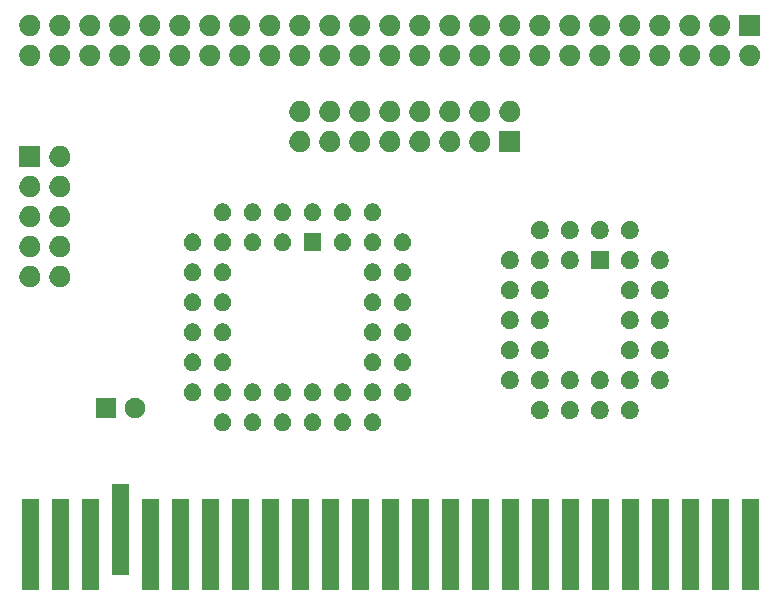
<source format=gbr>
G04 #@! TF.GenerationSoftware,KiCad,Pcbnew,5.1.5+dfsg1-2build2*
G04 #@! TF.CreationDate,2021-12-18T12:39:18+01:00*
G04 #@! TF.ProjectId,MSX USB Drive,4d535820-5553-4422-9044-726976652e6b,rev?*
G04 #@! TF.SameCoordinates,Original*
G04 #@! TF.FileFunction,Soldermask,Top*
G04 #@! TF.FilePolarity,Negative*
%FSLAX46Y46*%
G04 Gerber Fmt 4.6, Leading zero omitted, Abs format (unit mm)*
G04 Created by KiCad (PCBNEW 5.1.5+dfsg1-2build2) date 2021-12-18 12:39:18*
%MOMM*%
%LPD*%
G04 APERTURE LIST*
%ADD10C,0.100000*%
G04 APERTURE END LIST*
D10*
G36*
X640766000Y662699000D02*
G01*
X639394000Y662699000D01*
X639394000Y670421000D01*
X640766000Y670421000D01*
X640766000Y662699000D01*
G37*
G36*
X638226000Y662699000D02*
G01*
X636854000Y662699000D01*
X636854000Y670421000D01*
X638226000Y670421000D01*
X638226000Y662699000D01*
G37*
G36*
X620446000Y662699000D02*
G01*
X619074000Y662699000D01*
X619074000Y670421000D01*
X620446000Y670421000D01*
X620446000Y662699000D01*
G37*
G36*
X628066000Y662699000D02*
G01*
X626694000Y662699000D01*
X626694000Y670421000D01*
X628066000Y670421000D01*
X628066000Y662699000D01*
G37*
G36*
X630606000Y662699000D02*
G01*
X629234000Y662699000D01*
X629234000Y670421000D01*
X630606000Y670421000D01*
X630606000Y662699000D01*
G37*
G36*
X633146000Y662699000D02*
G01*
X631774000Y662699000D01*
X631774000Y670421000D01*
X633146000Y670421000D01*
X633146000Y662699000D01*
G37*
G36*
X635686000Y662699000D02*
G01*
X634314000Y662699000D01*
X634314000Y670421000D01*
X635686000Y670421000D01*
X635686000Y662699000D01*
G37*
G36*
X625526000Y662699000D02*
G01*
X624154000Y662699000D01*
X624154000Y670421000D01*
X625526000Y670421000D01*
X625526000Y662699000D01*
G37*
G36*
X656006000Y662699000D02*
G01*
X654634000Y662699000D01*
X654634000Y670421000D01*
X656006000Y670421000D01*
X656006000Y662699000D01*
G37*
G36*
X645846000Y662699000D02*
G01*
X644474000Y662699000D01*
X644474000Y670421000D01*
X645846000Y670421000D01*
X645846000Y662699000D01*
G37*
G36*
X653466000Y662699000D02*
G01*
X652094000Y662699000D01*
X652094000Y670421000D01*
X653466000Y670421000D01*
X653466000Y662699000D01*
G37*
G36*
X648386000Y662699000D02*
G01*
X647014000Y662699000D01*
X647014000Y670421000D01*
X648386000Y670421000D01*
X648386000Y662699000D01*
G37*
G36*
X650926000Y662699000D02*
G01*
X649554000Y662699000D01*
X649554000Y670421000D01*
X650926000Y670421000D01*
X650926000Y662699000D01*
G37*
G36*
X643306000Y662699000D02*
G01*
X641934000Y662699000D01*
X641934000Y670421000D01*
X643306000Y670421000D01*
X643306000Y662699000D01*
G37*
G36*
X673786000Y662699000D02*
G01*
X672414000Y662699000D01*
X672414000Y670421000D01*
X673786000Y670421000D01*
X673786000Y662699000D01*
G37*
G36*
X671246000Y662699000D02*
G01*
X669874000Y662699000D01*
X669874000Y670421000D01*
X671246000Y670421000D01*
X671246000Y662699000D01*
G37*
G36*
X658546000Y662699000D02*
G01*
X657174000Y662699000D01*
X657174000Y670421000D01*
X658546000Y670421000D01*
X658546000Y662699000D01*
G37*
G36*
X661086000Y662699000D02*
G01*
X659714000Y662699000D01*
X659714000Y670421000D01*
X661086000Y670421000D01*
X661086000Y662699000D01*
G37*
G36*
X663626000Y662699000D02*
G01*
X662254000Y662699000D01*
X662254000Y670421000D01*
X663626000Y670421000D01*
X663626000Y662699000D01*
G37*
G36*
X668706000Y662699000D02*
G01*
X667334000Y662699000D01*
X667334000Y670421000D01*
X668706000Y670421000D01*
X668706000Y662699000D01*
G37*
G36*
X676326000Y662699000D02*
G01*
X674954000Y662699000D01*
X674954000Y670421000D01*
X676326000Y670421000D01*
X676326000Y662699000D01*
G37*
G36*
X666166000Y662699000D02*
G01*
X664794000Y662699000D01*
X664794000Y670421000D01*
X666166000Y670421000D01*
X666166000Y662699000D01*
G37*
G36*
X615366000Y662699000D02*
G01*
X613994000Y662699000D01*
X613994000Y670421000D01*
X615366000Y670421000D01*
X615366000Y662699000D01*
G37*
G36*
X617906000Y662699000D02*
G01*
X616534000Y662699000D01*
X616534000Y670421000D01*
X617906000Y670421000D01*
X617906000Y662699000D01*
G37*
G36*
X622986000Y663969000D02*
G01*
X621614000Y663969000D01*
X621614000Y671691000D01*
X622986000Y671691000D01*
X622986000Y663969000D01*
G37*
G36*
X631030425Y677655401D02*
G01*
X631154621Y677630698D01*
X631291022Y677574199D01*
X631413779Y677492175D01*
X631518175Y677387779D01*
X631600199Y677265022D01*
X631656698Y677128621D01*
X631685500Y676983819D01*
X631685500Y676836181D01*
X631656698Y676691379D01*
X631600199Y676554978D01*
X631518175Y676432221D01*
X631413779Y676327825D01*
X631291022Y676245801D01*
X631154621Y676189302D01*
X631030425Y676164599D01*
X631009820Y676160500D01*
X630862180Y676160500D01*
X630841575Y676164599D01*
X630717379Y676189302D01*
X630580978Y676245801D01*
X630458221Y676327825D01*
X630353825Y676432221D01*
X630271801Y676554978D01*
X630215302Y676691379D01*
X630186500Y676836181D01*
X630186500Y676983819D01*
X630215302Y677128621D01*
X630271801Y677265022D01*
X630353825Y677387779D01*
X630458221Y677492175D01*
X630580978Y677574199D01*
X630717379Y677630698D01*
X630841575Y677655401D01*
X630862180Y677659500D01*
X631009820Y677659500D01*
X631030425Y677655401D01*
G37*
G36*
X633570425Y677655401D02*
G01*
X633694621Y677630698D01*
X633831022Y677574199D01*
X633953779Y677492175D01*
X634058175Y677387779D01*
X634140199Y677265022D01*
X634196698Y677128621D01*
X634225500Y676983819D01*
X634225500Y676836181D01*
X634196698Y676691379D01*
X634140199Y676554978D01*
X634058175Y676432221D01*
X633953779Y676327825D01*
X633831022Y676245801D01*
X633694621Y676189302D01*
X633570425Y676164599D01*
X633549820Y676160500D01*
X633402180Y676160500D01*
X633381575Y676164599D01*
X633257379Y676189302D01*
X633120978Y676245801D01*
X632998221Y676327825D01*
X632893825Y676432221D01*
X632811801Y676554978D01*
X632755302Y676691379D01*
X632726500Y676836181D01*
X632726500Y676983819D01*
X632755302Y677128621D01*
X632811801Y677265022D01*
X632893825Y677387779D01*
X632998221Y677492175D01*
X633120978Y677574199D01*
X633257379Y677630698D01*
X633381575Y677655401D01*
X633402180Y677659500D01*
X633549820Y677659500D01*
X633570425Y677655401D01*
G37*
G36*
X636110425Y677655401D02*
G01*
X636234621Y677630698D01*
X636371022Y677574199D01*
X636493779Y677492175D01*
X636598175Y677387779D01*
X636680199Y677265022D01*
X636736698Y677128621D01*
X636765500Y676983819D01*
X636765500Y676836181D01*
X636736698Y676691379D01*
X636680199Y676554978D01*
X636598175Y676432221D01*
X636493779Y676327825D01*
X636371022Y676245801D01*
X636234621Y676189302D01*
X636110425Y676164599D01*
X636089820Y676160500D01*
X635942180Y676160500D01*
X635921575Y676164599D01*
X635797379Y676189302D01*
X635660978Y676245801D01*
X635538221Y676327825D01*
X635433825Y676432221D01*
X635351801Y676554978D01*
X635295302Y676691379D01*
X635266500Y676836181D01*
X635266500Y676983819D01*
X635295302Y677128621D01*
X635351801Y677265022D01*
X635433825Y677387779D01*
X635538221Y677492175D01*
X635660978Y677574199D01*
X635797379Y677630698D01*
X635921575Y677655401D01*
X635942180Y677659500D01*
X636089820Y677659500D01*
X636110425Y677655401D01*
G37*
G36*
X638650425Y677655401D02*
G01*
X638774621Y677630698D01*
X638911022Y677574199D01*
X639033779Y677492175D01*
X639138175Y677387779D01*
X639220199Y677265022D01*
X639276698Y677128621D01*
X639305500Y676983819D01*
X639305500Y676836181D01*
X639276698Y676691379D01*
X639220199Y676554978D01*
X639138175Y676432221D01*
X639033779Y676327825D01*
X638911022Y676245801D01*
X638774621Y676189302D01*
X638650425Y676164599D01*
X638629820Y676160500D01*
X638482180Y676160500D01*
X638461575Y676164599D01*
X638337379Y676189302D01*
X638200978Y676245801D01*
X638078221Y676327825D01*
X637973825Y676432221D01*
X637891801Y676554978D01*
X637835302Y676691379D01*
X637806500Y676836181D01*
X637806500Y676983819D01*
X637835302Y677128621D01*
X637891801Y677265022D01*
X637973825Y677387779D01*
X638078221Y677492175D01*
X638200978Y677574199D01*
X638337379Y677630698D01*
X638461575Y677655401D01*
X638482180Y677659500D01*
X638629820Y677659500D01*
X638650425Y677655401D01*
G37*
G36*
X643730425Y677655401D02*
G01*
X643854621Y677630698D01*
X643991022Y677574199D01*
X644113779Y677492175D01*
X644218175Y677387779D01*
X644300199Y677265022D01*
X644356698Y677128621D01*
X644385500Y676983819D01*
X644385500Y676836181D01*
X644356698Y676691379D01*
X644300199Y676554978D01*
X644218175Y676432221D01*
X644113779Y676327825D01*
X643991022Y676245801D01*
X643854621Y676189302D01*
X643730425Y676164599D01*
X643709820Y676160500D01*
X643562180Y676160500D01*
X643541575Y676164599D01*
X643417379Y676189302D01*
X643280978Y676245801D01*
X643158221Y676327825D01*
X643053825Y676432221D01*
X642971801Y676554978D01*
X642915302Y676691379D01*
X642886500Y676836181D01*
X642886500Y676983819D01*
X642915302Y677128621D01*
X642971801Y677265022D01*
X643053825Y677387779D01*
X643158221Y677492175D01*
X643280978Y677574199D01*
X643417379Y677630698D01*
X643541575Y677655401D01*
X643562180Y677659500D01*
X643709820Y677659500D01*
X643730425Y677655401D01*
G37*
G36*
X641190425Y677655401D02*
G01*
X641314621Y677630698D01*
X641451022Y677574199D01*
X641573779Y677492175D01*
X641678175Y677387779D01*
X641760199Y677265022D01*
X641816698Y677128621D01*
X641845500Y676983819D01*
X641845500Y676836181D01*
X641816698Y676691379D01*
X641760199Y676554978D01*
X641678175Y676432221D01*
X641573779Y676327825D01*
X641451022Y676245801D01*
X641314621Y676189302D01*
X641190425Y676164599D01*
X641169820Y676160500D01*
X641022180Y676160500D01*
X641001575Y676164599D01*
X640877379Y676189302D01*
X640740978Y676245801D01*
X640618221Y676327825D01*
X640513825Y676432221D01*
X640431801Y676554978D01*
X640375302Y676691379D01*
X640346500Y676836181D01*
X640346500Y676983819D01*
X640375302Y677128621D01*
X640431801Y677265022D01*
X640513825Y677387779D01*
X640618221Y677492175D01*
X640740978Y677574199D01*
X640877379Y677630698D01*
X641001575Y677655401D01*
X641022180Y677659500D01*
X641169820Y677659500D01*
X641190425Y677655401D01*
G37*
G36*
X665638325Y678658910D02*
G01*
X665777038Y678601453D01*
X665901872Y678518042D01*
X666008042Y678411872D01*
X666091453Y678287038D01*
X666148910Y678148325D01*
X666178200Y678001071D01*
X666178200Y677850929D01*
X666148910Y677703675D01*
X666091453Y677564962D01*
X666008042Y677440128D01*
X665901872Y677333958D01*
X665777038Y677250547D01*
X665638325Y677193090D01*
X665491071Y677163800D01*
X665340929Y677163800D01*
X665193675Y677193090D01*
X665054962Y677250547D01*
X664930128Y677333958D01*
X664823958Y677440128D01*
X664740547Y677564962D01*
X664683090Y677703675D01*
X664653800Y677850929D01*
X664653800Y678001071D01*
X664683090Y678148325D01*
X664740547Y678287038D01*
X664823958Y678411872D01*
X664930128Y678518042D01*
X665054962Y678601453D01*
X665193675Y678658910D01*
X665340929Y678688200D01*
X665491071Y678688200D01*
X665638325Y678658910D01*
G37*
G36*
X663098325Y678658910D02*
G01*
X663237038Y678601453D01*
X663361872Y678518042D01*
X663468042Y678411872D01*
X663551453Y678287038D01*
X663608910Y678148325D01*
X663638200Y678001071D01*
X663638200Y677850929D01*
X663608910Y677703675D01*
X663551453Y677564962D01*
X663468042Y677440128D01*
X663361872Y677333958D01*
X663237038Y677250547D01*
X663098325Y677193090D01*
X662951071Y677163800D01*
X662800929Y677163800D01*
X662653675Y677193090D01*
X662514962Y677250547D01*
X662390128Y677333958D01*
X662283958Y677440128D01*
X662200547Y677564962D01*
X662143090Y677703675D01*
X662113800Y677850929D01*
X662113800Y678001071D01*
X662143090Y678148325D01*
X662200547Y678287038D01*
X662283958Y678411872D01*
X662390128Y678518042D01*
X662514962Y678601453D01*
X662653675Y678658910D01*
X662800929Y678688200D01*
X662951071Y678688200D01*
X663098325Y678658910D01*
G37*
G36*
X660558325Y678658910D02*
G01*
X660697038Y678601453D01*
X660821872Y678518042D01*
X660928042Y678411872D01*
X661011453Y678287038D01*
X661068910Y678148325D01*
X661098200Y678001071D01*
X661098200Y677850929D01*
X661068910Y677703675D01*
X661011453Y677564962D01*
X660928042Y677440128D01*
X660821872Y677333958D01*
X660697038Y677250547D01*
X660558325Y677193090D01*
X660411071Y677163800D01*
X660260929Y677163800D01*
X660113675Y677193090D01*
X659974962Y677250547D01*
X659850128Y677333958D01*
X659743958Y677440128D01*
X659660547Y677564962D01*
X659603090Y677703675D01*
X659573800Y677850929D01*
X659573800Y678001071D01*
X659603090Y678148325D01*
X659660547Y678287038D01*
X659743958Y678411872D01*
X659850128Y678518042D01*
X659974962Y678601453D01*
X660113675Y678658910D01*
X660260929Y678688200D01*
X660411071Y678688200D01*
X660558325Y678658910D01*
G37*
G36*
X658018325Y678658910D02*
G01*
X658157038Y678601453D01*
X658281872Y678518042D01*
X658388042Y678411872D01*
X658471453Y678287038D01*
X658528910Y678148325D01*
X658558200Y678001071D01*
X658558200Y677850929D01*
X658528910Y677703675D01*
X658471453Y677564962D01*
X658388042Y677440128D01*
X658281872Y677333958D01*
X658157038Y677250547D01*
X658018325Y677193090D01*
X657871071Y677163800D01*
X657720929Y677163800D01*
X657573675Y677193090D01*
X657434962Y677250547D01*
X657310128Y677333958D01*
X657203958Y677440128D01*
X657120547Y677564962D01*
X657063090Y677703675D01*
X657033800Y677850929D01*
X657033800Y678001071D01*
X657063090Y678148325D01*
X657120547Y678287038D01*
X657203958Y678411872D01*
X657310128Y678518042D01*
X657434962Y678601453D01*
X657573675Y678658910D01*
X657720929Y678688200D01*
X657871071Y678688200D01*
X658018325Y678658910D01*
G37*
G36*
X621881000Y677265000D02*
G01*
X620179000Y677265000D01*
X620179000Y678967000D01*
X621881000Y678967000D01*
X621881000Y677265000D01*
G37*
G36*
X623778228Y678934297D02*
G01*
X623933100Y678870147D01*
X624072481Y678777015D01*
X624191015Y678658481D01*
X624284147Y678519100D01*
X624348297Y678364228D01*
X624381000Y678199816D01*
X624381000Y678032184D01*
X624348297Y677867772D01*
X624284147Y677712900D01*
X624191015Y677573519D01*
X624072481Y677454985D01*
X623933100Y677361853D01*
X623778228Y677297703D01*
X623613816Y677265000D01*
X623446184Y677265000D01*
X623281772Y677297703D01*
X623126900Y677361853D01*
X622987519Y677454985D01*
X622868985Y677573519D01*
X622775853Y677712900D01*
X622711703Y677867772D01*
X622679000Y678032184D01*
X622679000Y678199816D01*
X622711703Y678364228D01*
X622775853Y678519100D01*
X622868985Y678658481D01*
X622987519Y678777015D01*
X623126900Y678870147D01*
X623281772Y678934297D01*
X623446184Y678967000D01*
X623613816Y678967000D01*
X623778228Y678934297D01*
G37*
G36*
X636110425Y680195401D02*
G01*
X636234621Y680170698D01*
X636371022Y680114199D01*
X636493779Y680032175D01*
X636598175Y679927779D01*
X636680199Y679805022D01*
X636736698Y679668621D01*
X636765500Y679523819D01*
X636765500Y679376181D01*
X636736698Y679231379D01*
X636680199Y679094978D01*
X636598175Y678972221D01*
X636493779Y678867825D01*
X636371022Y678785801D01*
X636234621Y678729302D01*
X636110425Y678704599D01*
X636089820Y678700500D01*
X635942180Y678700500D01*
X635921575Y678704599D01*
X635797379Y678729302D01*
X635660978Y678785801D01*
X635538221Y678867825D01*
X635433825Y678972221D01*
X635351801Y679094978D01*
X635295302Y679231379D01*
X635266500Y679376181D01*
X635266500Y679523819D01*
X635295302Y679668621D01*
X635351801Y679805022D01*
X635433825Y679927779D01*
X635538221Y680032175D01*
X635660978Y680114199D01*
X635797379Y680170698D01*
X635921575Y680195401D01*
X635942180Y680199500D01*
X636089820Y680199500D01*
X636110425Y680195401D01*
G37*
G36*
X641190425Y680195401D02*
G01*
X641314621Y680170698D01*
X641451022Y680114199D01*
X641573779Y680032175D01*
X641678175Y679927779D01*
X641760199Y679805022D01*
X641816698Y679668621D01*
X641845500Y679523819D01*
X641845500Y679376181D01*
X641816698Y679231379D01*
X641760199Y679094978D01*
X641678175Y678972221D01*
X641573779Y678867825D01*
X641451022Y678785801D01*
X641314621Y678729302D01*
X641190425Y678704599D01*
X641169820Y678700500D01*
X641022180Y678700500D01*
X641001575Y678704599D01*
X640877379Y678729302D01*
X640740978Y678785801D01*
X640618221Y678867825D01*
X640513825Y678972221D01*
X640431801Y679094978D01*
X640375302Y679231379D01*
X640346500Y679376181D01*
X640346500Y679523819D01*
X640375302Y679668621D01*
X640431801Y679805022D01*
X640513825Y679927779D01*
X640618221Y680032175D01*
X640740978Y680114199D01*
X640877379Y680170698D01*
X641001575Y680195401D01*
X641022180Y680199500D01*
X641169820Y680199500D01*
X641190425Y680195401D01*
G37*
G36*
X638650425Y680195401D02*
G01*
X638774621Y680170698D01*
X638911022Y680114199D01*
X639033779Y680032175D01*
X639138175Y679927779D01*
X639220199Y679805022D01*
X639276698Y679668621D01*
X639305500Y679523819D01*
X639305500Y679376181D01*
X639276698Y679231379D01*
X639220199Y679094978D01*
X639138175Y678972221D01*
X639033779Y678867825D01*
X638911022Y678785801D01*
X638774621Y678729302D01*
X638650425Y678704599D01*
X638629820Y678700500D01*
X638482180Y678700500D01*
X638461575Y678704599D01*
X638337379Y678729302D01*
X638200978Y678785801D01*
X638078221Y678867825D01*
X637973825Y678972221D01*
X637891801Y679094978D01*
X637835302Y679231379D01*
X637806500Y679376181D01*
X637806500Y679523819D01*
X637835302Y679668621D01*
X637891801Y679805022D01*
X637973825Y679927779D01*
X638078221Y680032175D01*
X638200978Y680114199D01*
X638337379Y680170698D01*
X638461575Y680195401D01*
X638482180Y680199500D01*
X638629820Y680199500D01*
X638650425Y680195401D01*
G37*
G36*
X646270425Y680195401D02*
G01*
X646394621Y680170698D01*
X646531022Y680114199D01*
X646653779Y680032175D01*
X646758175Y679927779D01*
X646840199Y679805022D01*
X646896698Y679668621D01*
X646925500Y679523819D01*
X646925500Y679376181D01*
X646896698Y679231379D01*
X646840199Y679094978D01*
X646758175Y678972221D01*
X646653779Y678867825D01*
X646531022Y678785801D01*
X646394621Y678729302D01*
X646270425Y678704599D01*
X646249820Y678700500D01*
X646102180Y678700500D01*
X646081575Y678704599D01*
X645957379Y678729302D01*
X645820978Y678785801D01*
X645698221Y678867825D01*
X645593825Y678972221D01*
X645511801Y679094978D01*
X645455302Y679231379D01*
X645426500Y679376181D01*
X645426500Y679523819D01*
X645455302Y679668621D01*
X645511801Y679805022D01*
X645593825Y679927779D01*
X645698221Y680032175D01*
X645820978Y680114199D01*
X645957379Y680170698D01*
X646081575Y680195401D01*
X646102180Y680199500D01*
X646249820Y680199500D01*
X646270425Y680195401D01*
G37*
G36*
X633570425Y680195401D02*
G01*
X633694621Y680170698D01*
X633831022Y680114199D01*
X633953779Y680032175D01*
X634058175Y679927779D01*
X634140199Y679805022D01*
X634196698Y679668621D01*
X634225500Y679523819D01*
X634225500Y679376181D01*
X634196698Y679231379D01*
X634140199Y679094978D01*
X634058175Y678972221D01*
X633953779Y678867825D01*
X633831022Y678785801D01*
X633694621Y678729302D01*
X633570425Y678704599D01*
X633549820Y678700500D01*
X633402180Y678700500D01*
X633381575Y678704599D01*
X633257379Y678729302D01*
X633120978Y678785801D01*
X632998221Y678867825D01*
X632893825Y678972221D01*
X632811801Y679094978D01*
X632755302Y679231379D01*
X632726500Y679376181D01*
X632726500Y679523819D01*
X632755302Y679668621D01*
X632811801Y679805022D01*
X632893825Y679927779D01*
X632998221Y680032175D01*
X633120978Y680114199D01*
X633257379Y680170698D01*
X633381575Y680195401D01*
X633402180Y680199500D01*
X633549820Y680199500D01*
X633570425Y680195401D01*
G37*
G36*
X643730425Y680195401D02*
G01*
X643854621Y680170698D01*
X643991022Y680114199D01*
X644113779Y680032175D01*
X644218175Y679927779D01*
X644300199Y679805022D01*
X644356698Y679668621D01*
X644385500Y679523819D01*
X644385500Y679376181D01*
X644356698Y679231379D01*
X644300199Y679094978D01*
X644218175Y678972221D01*
X644113779Y678867825D01*
X643991022Y678785801D01*
X643854621Y678729302D01*
X643730425Y678704599D01*
X643709820Y678700500D01*
X643562180Y678700500D01*
X643541575Y678704599D01*
X643417379Y678729302D01*
X643280978Y678785801D01*
X643158221Y678867825D01*
X643053825Y678972221D01*
X642971801Y679094978D01*
X642915302Y679231379D01*
X642886500Y679376181D01*
X642886500Y679523819D01*
X642915302Y679668621D01*
X642971801Y679805022D01*
X643053825Y679927779D01*
X643158221Y680032175D01*
X643280978Y680114199D01*
X643417379Y680170698D01*
X643541575Y680195401D01*
X643562180Y680199500D01*
X643709820Y680199500D01*
X643730425Y680195401D01*
G37*
G36*
X631030425Y680195401D02*
G01*
X631154621Y680170698D01*
X631291022Y680114199D01*
X631413779Y680032175D01*
X631518175Y679927779D01*
X631600199Y679805022D01*
X631656698Y679668621D01*
X631685500Y679523819D01*
X631685500Y679376181D01*
X631656698Y679231379D01*
X631600199Y679094978D01*
X631518175Y678972221D01*
X631413779Y678867825D01*
X631291022Y678785801D01*
X631154621Y678729302D01*
X631030425Y678704599D01*
X631009820Y678700500D01*
X630862180Y678700500D01*
X630841575Y678704599D01*
X630717379Y678729302D01*
X630580978Y678785801D01*
X630458221Y678867825D01*
X630353825Y678972221D01*
X630271801Y679094978D01*
X630215302Y679231379D01*
X630186500Y679376181D01*
X630186500Y679523819D01*
X630215302Y679668621D01*
X630271801Y679805022D01*
X630353825Y679927779D01*
X630458221Y680032175D01*
X630580978Y680114199D01*
X630717379Y680170698D01*
X630841575Y680195401D01*
X630862180Y680199500D01*
X631009820Y680199500D01*
X631030425Y680195401D01*
G37*
G36*
X628490425Y680195401D02*
G01*
X628614621Y680170698D01*
X628751022Y680114199D01*
X628873779Y680032175D01*
X628978175Y679927779D01*
X629060199Y679805022D01*
X629116698Y679668621D01*
X629145500Y679523819D01*
X629145500Y679376181D01*
X629116698Y679231379D01*
X629060199Y679094978D01*
X628978175Y678972221D01*
X628873779Y678867825D01*
X628751022Y678785801D01*
X628614621Y678729302D01*
X628490425Y678704599D01*
X628469820Y678700500D01*
X628322180Y678700500D01*
X628301575Y678704599D01*
X628177379Y678729302D01*
X628040978Y678785801D01*
X627918221Y678867825D01*
X627813825Y678972221D01*
X627731801Y679094978D01*
X627675302Y679231379D01*
X627646500Y679376181D01*
X627646500Y679523819D01*
X627675302Y679668621D01*
X627731801Y679805022D01*
X627813825Y679927779D01*
X627918221Y680032175D01*
X628040978Y680114199D01*
X628177379Y680170698D01*
X628301575Y680195401D01*
X628322180Y680199500D01*
X628469820Y680199500D01*
X628490425Y680195401D01*
G37*
G36*
X660558325Y681198910D02*
G01*
X660697038Y681141453D01*
X660821872Y681058042D01*
X660928042Y680951872D01*
X661011453Y680827038D01*
X661068910Y680688325D01*
X661098200Y680541071D01*
X661098200Y680390929D01*
X661068910Y680243675D01*
X661011453Y680104962D01*
X660928042Y679980128D01*
X660821872Y679873958D01*
X660697038Y679790547D01*
X660558325Y679733090D01*
X660411071Y679703800D01*
X660260929Y679703800D01*
X660113675Y679733090D01*
X659974962Y679790547D01*
X659850128Y679873958D01*
X659743958Y679980128D01*
X659660547Y680104962D01*
X659603090Y680243675D01*
X659573800Y680390929D01*
X659573800Y680541071D01*
X659603090Y680688325D01*
X659660547Y680827038D01*
X659743958Y680951872D01*
X659850128Y681058042D01*
X659974962Y681141453D01*
X660113675Y681198910D01*
X660260929Y681228200D01*
X660411071Y681228200D01*
X660558325Y681198910D01*
G37*
G36*
X665638325Y681198910D02*
G01*
X665777038Y681141453D01*
X665901872Y681058042D01*
X666008042Y680951872D01*
X666091453Y680827038D01*
X666148910Y680688325D01*
X666178200Y680541071D01*
X666178200Y680390929D01*
X666148910Y680243675D01*
X666091453Y680104962D01*
X666008042Y679980128D01*
X665901872Y679873958D01*
X665777038Y679790547D01*
X665638325Y679733090D01*
X665491071Y679703800D01*
X665340929Y679703800D01*
X665193675Y679733090D01*
X665054962Y679790547D01*
X664930128Y679873958D01*
X664823958Y679980128D01*
X664740547Y680104962D01*
X664683090Y680243675D01*
X664653800Y680390929D01*
X664653800Y680541071D01*
X664683090Y680688325D01*
X664740547Y680827038D01*
X664823958Y680951872D01*
X664930128Y681058042D01*
X665054962Y681141453D01*
X665193675Y681198910D01*
X665340929Y681228200D01*
X665491071Y681228200D01*
X665638325Y681198910D01*
G37*
G36*
X668178325Y681198910D02*
G01*
X668317038Y681141453D01*
X668441872Y681058042D01*
X668548042Y680951872D01*
X668631453Y680827038D01*
X668688910Y680688325D01*
X668718200Y680541071D01*
X668718200Y680390929D01*
X668688910Y680243675D01*
X668631453Y680104962D01*
X668548042Y679980128D01*
X668441872Y679873958D01*
X668317038Y679790547D01*
X668178325Y679733090D01*
X668031071Y679703800D01*
X667880929Y679703800D01*
X667733675Y679733090D01*
X667594962Y679790547D01*
X667470128Y679873958D01*
X667363958Y679980128D01*
X667280547Y680104962D01*
X667223090Y680243675D01*
X667193800Y680390929D01*
X667193800Y680541071D01*
X667223090Y680688325D01*
X667280547Y680827038D01*
X667363958Y680951872D01*
X667470128Y681058042D01*
X667594962Y681141453D01*
X667733675Y681198910D01*
X667880929Y681228200D01*
X668031071Y681228200D01*
X668178325Y681198910D01*
G37*
G36*
X655478325Y681198910D02*
G01*
X655617038Y681141453D01*
X655741872Y681058042D01*
X655848042Y680951872D01*
X655931453Y680827038D01*
X655988910Y680688325D01*
X656018200Y680541071D01*
X656018200Y680390929D01*
X655988910Y680243675D01*
X655931453Y680104962D01*
X655848042Y679980128D01*
X655741872Y679873958D01*
X655617038Y679790547D01*
X655478325Y679733090D01*
X655331071Y679703800D01*
X655180929Y679703800D01*
X655033675Y679733090D01*
X654894962Y679790547D01*
X654770128Y679873958D01*
X654663958Y679980128D01*
X654580547Y680104962D01*
X654523090Y680243675D01*
X654493800Y680390929D01*
X654493800Y680541071D01*
X654523090Y680688325D01*
X654580547Y680827038D01*
X654663958Y680951872D01*
X654770128Y681058042D01*
X654894962Y681141453D01*
X655033675Y681198910D01*
X655180929Y681228200D01*
X655331071Y681228200D01*
X655478325Y681198910D01*
G37*
G36*
X658018325Y681198910D02*
G01*
X658157038Y681141453D01*
X658281872Y681058042D01*
X658388042Y680951872D01*
X658471453Y680827038D01*
X658528910Y680688325D01*
X658558200Y680541071D01*
X658558200Y680390929D01*
X658528910Y680243675D01*
X658471453Y680104962D01*
X658388042Y679980128D01*
X658281872Y679873958D01*
X658157038Y679790547D01*
X658018325Y679733090D01*
X657871071Y679703800D01*
X657720929Y679703800D01*
X657573675Y679733090D01*
X657434962Y679790547D01*
X657310128Y679873958D01*
X657203958Y679980128D01*
X657120547Y680104962D01*
X657063090Y680243675D01*
X657033800Y680390929D01*
X657033800Y680541071D01*
X657063090Y680688325D01*
X657120547Y680827038D01*
X657203958Y680951872D01*
X657310128Y681058042D01*
X657434962Y681141453D01*
X657573675Y681198910D01*
X657720929Y681228200D01*
X657871071Y681228200D01*
X658018325Y681198910D01*
G37*
G36*
X663098325Y681198910D02*
G01*
X663237038Y681141453D01*
X663361872Y681058042D01*
X663468042Y680951872D01*
X663551453Y680827038D01*
X663608910Y680688325D01*
X663638200Y680541071D01*
X663638200Y680390929D01*
X663608910Y680243675D01*
X663551453Y680104962D01*
X663468042Y679980128D01*
X663361872Y679873958D01*
X663237038Y679790547D01*
X663098325Y679733090D01*
X662951071Y679703800D01*
X662800929Y679703800D01*
X662653675Y679733090D01*
X662514962Y679790547D01*
X662390128Y679873958D01*
X662283958Y679980128D01*
X662200547Y680104962D01*
X662143090Y680243675D01*
X662113800Y680390929D01*
X662113800Y680541071D01*
X662143090Y680688325D01*
X662200547Y680827038D01*
X662283958Y680951872D01*
X662390128Y681058042D01*
X662514962Y681141453D01*
X662653675Y681198910D01*
X662800929Y681228200D01*
X662951071Y681228200D01*
X663098325Y681198910D01*
G37*
G36*
X631030425Y682735401D02*
G01*
X631154621Y682710698D01*
X631291022Y682654199D01*
X631413779Y682572175D01*
X631518175Y682467779D01*
X631600199Y682345022D01*
X631656698Y682208621D01*
X631685500Y682063819D01*
X631685500Y681916181D01*
X631656698Y681771379D01*
X631600199Y681634978D01*
X631518175Y681512221D01*
X631413779Y681407825D01*
X631291022Y681325801D01*
X631154621Y681269302D01*
X631030425Y681244599D01*
X631009820Y681240500D01*
X630862180Y681240500D01*
X630841575Y681244599D01*
X630717379Y681269302D01*
X630580978Y681325801D01*
X630458221Y681407825D01*
X630353825Y681512221D01*
X630271801Y681634978D01*
X630215302Y681771379D01*
X630186500Y681916181D01*
X630186500Y682063819D01*
X630215302Y682208621D01*
X630271801Y682345022D01*
X630353825Y682467779D01*
X630458221Y682572175D01*
X630580978Y682654199D01*
X630717379Y682710698D01*
X630841575Y682735401D01*
X630862180Y682739500D01*
X631009820Y682739500D01*
X631030425Y682735401D01*
G37*
G36*
X628490425Y682735401D02*
G01*
X628614621Y682710698D01*
X628751022Y682654199D01*
X628873779Y682572175D01*
X628978175Y682467779D01*
X629060199Y682345022D01*
X629116698Y682208621D01*
X629145500Y682063819D01*
X629145500Y681916181D01*
X629116698Y681771379D01*
X629060199Y681634978D01*
X628978175Y681512221D01*
X628873779Y681407825D01*
X628751022Y681325801D01*
X628614621Y681269302D01*
X628490425Y681244599D01*
X628469820Y681240500D01*
X628322180Y681240500D01*
X628301575Y681244599D01*
X628177379Y681269302D01*
X628040978Y681325801D01*
X627918221Y681407825D01*
X627813825Y681512221D01*
X627731801Y681634978D01*
X627675302Y681771379D01*
X627646500Y681916181D01*
X627646500Y682063819D01*
X627675302Y682208621D01*
X627731801Y682345022D01*
X627813825Y682467779D01*
X627918221Y682572175D01*
X628040978Y682654199D01*
X628177379Y682710698D01*
X628301575Y682735401D01*
X628322180Y682739500D01*
X628469820Y682739500D01*
X628490425Y682735401D01*
G37*
G36*
X646270425Y682735401D02*
G01*
X646394621Y682710698D01*
X646531022Y682654199D01*
X646653779Y682572175D01*
X646758175Y682467779D01*
X646840199Y682345022D01*
X646896698Y682208621D01*
X646925500Y682063819D01*
X646925500Y681916181D01*
X646896698Y681771379D01*
X646840199Y681634978D01*
X646758175Y681512221D01*
X646653779Y681407825D01*
X646531022Y681325801D01*
X646394621Y681269302D01*
X646270425Y681244599D01*
X646249820Y681240500D01*
X646102180Y681240500D01*
X646081575Y681244599D01*
X645957379Y681269302D01*
X645820978Y681325801D01*
X645698221Y681407825D01*
X645593825Y681512221D01*
X645511801Y681634978D01*
X645455302Y681771379D01*
X645426500Y681916181D01*
X645426500Y682063819D01*
X645455302Y682208621D01*
X645511801Y682345022D01*
X645593825Y682467779D01*
X645698221Y682572175D01*
X645820978Y682654199D01*
X645957379Y682710698D01*
X646081575Y682735401D01*
X646102180Y682739500D01*
X646249820Y682739500D01*
X646270425Y682735401D01*
G37*
G36*
X643730425Y682735401D02*
G01*
X643854621Y682710698D01*
X643991022Y682654199D01*
X644113779Y682572175D01*
X644218175Y682467779D01*
X644300199Y682345022D01*
X644356698Y682208621D01*
X644385500Y682063819D01*
X644385500Y681916181D01*
X644356698Y681771379D01*
X644300199Y681634978D01*
X644218175Y681512221D01*
X644113779Y681407825D01*
X643991022Y681325801D01*
X643854621Y681269302D01*
X643730425Y681244599D01*
X643709820Y681240500D01*
X643562180Y681240500D01*
X643541575Y681244599D01*
X643417379Y681269302D01*
X643280978Y681325801D01*
X643158221Y681407825D01*
X643053825Y681512221D01*
X642971801Y681634978D01*
X642915302Y681771379D01*
X642886500Y681916181D01*
X642886500Y682063819D01*
X642915302Y682208621D01*
X642971801Y682345022D01*
X643053825Y682467779D01*
X643158221Y682572175D01*
X643280978Y682654199D01*
X643417379Y682710698D01*
X643541575Y682735401D01*
X643562180Y682739500D01*
X643709820Y682739500D01*
X643730425Y682735401D01*
G37*
G36*
X658018325Y683738910D02*
G01*
X658157038Y683681453D01*
X658281872Y683598042D01*
X658388042Y683491872D01*
X658471453Y683367038D01*
X658528910Y683228325D01*
X658558200Y683081071D01*
X658558200Y682930929D01*
X658528910Y682783675D01*
X658471453Y682644962D01*
X658388042Y682520128D01*
X658281872Y682413958D01*
X658157038Y682330547D01*
X658018325Y682273090D01*
X657871071Y682243800D01*
X657720929Y682243800D01*
X657573675Y682273090D01*
X657434962Y682330547D01*
X657310128Y682413958D01*
X657203958Y682520128D01*
X657120547Y682644962D01*
X657063090Y682783675D01*
X657033800Y682930929D01*
X657033800Y683081071D01*
X657063090Y683228325D01*
X657120547Y683367038D01*
X657203958Y683491872D01*
X657310128Y683598042D01*
X657434962Y683681453D01*
X657573675Y683738910D01*
X657720929Y683768200D01*
X657871071Y683768200D01*
X658018325Y683738910D01*
G37*
G36*
X655478325Y683738910D02*
G01*
X655617038Y683681453D01*
X655741872Y683598042D01*
X655848042Y683491872D01*
X655931453Y683367038D01*
X655988910Y683228325D01*
X656018200Y683081071D01*
X656018200Y682930929D01*
X655988910Y682783675D01*
X655931453Y682644962D01*
X655848042Y682520128D01*
X655741872Y682413958D01*
X655617038Y682330547D01*
X655478325Y682273090D01*
X655331071Y682243800D01*
X655180929Y682243800D01*
X655033675Y682273090D01*
X654894962Y682330547D01*
X654770128Y682413958D01*
X654663958Y682520128D01*
X654580547Y682644962D01*
X654523090Y682783675D01*
X654493800Y682930929D01*
X654493800Y683081071D01*
X654523090Y683228325D01*
X654580547Y683367038D01*
X654663958Y683491872D01*
X654770128Y683598042D01*
X654894962Y683681453D01*
X655033675Y683738910D01*
X655180929Y683768200D01*
X655331071Y683768200D01*
X655478325Y683738910D01*
G37*
G36*
X668178325Y683738910D02*
G01*
X668317038Y683681453D01*
X668441872Y683598042D01*
X668548042Y683491872D01*
X668631453Y683367038D01*
X668688910Y683228325D01*
X668718200Y683081071D01*
X668718200Y682930929D01*
X668688910Y682783675D01*
X668631453Y682644962D01*
X668548042Y682520128D01*
X668441872Y682413958D01*
X668317038Y682330547D01*
X668178325Y682273090D01*
X668031071Y682243800D01*
X667880929Y682243800D01*
X667733675Y682273090D01*
X667594962Y682330547D01*
X667470128Y682413958D01*
X667363958Y682520128D01*
X667280547Y682644962D01*
X667223090Y682783675D01*
X667193800Y682930929D01*
X667193800Y683081071D01*
X667223090Y683228325D01*
X667280547Y683367038D01*
X667363958Y683491872D01*
X667470128Y683598042D01*
X667594962Y683681453D01*
X667733675Y683738910D01*
X667880929Y683768200D01*
X668031071Y683768200D01*
X668178325Y683738910D01*
G37*
G36*
X665638325Y683738910D02*
G01*
X665777038Y683681453D01*
X665901872Y683598042D01*
X666008042Y683491872D01*
X666091453Y683367038D01*
X666148910Y683228325D01*
X666178200Y683081071D01*
X666178200Y682930929D01*
X666148910Y682783675D01*
X666091453Y682644962D01*
X666008042Y682520128D01*
X665901872Y682413958D01*
X665777038Y682330547D01*
X665638325Y682273090D01*
X665491071Y682243800D01*
X665340929Y682243800D01*
X665193675Y682273090D01*
X665054962Y682330547D01*
X664930128Y682413958D01*
X664823958Y682520128D01*
X664740547Y682644962D01*
X664683090Y682783675D01*
X664653800Y682930929D01*
X664653800Y683081071D01*
X664683090Y683228325D01*
X664740547Y683367038D01*
X664823958Y683491872D01*
X664930128Y683598042D01*
X665054962Y683681453D01*
X665193675Y683738910D01*
X665340929Y683768200D01*
X665491071Y683768200D01*
X665638325Y683738910D01*
G37*
G36*
X646270425Y685275401D02*
G01*
X646394621Y685250698D01*
X646531022Y685194199D01*
X646653779Y685112175D01*
X646758175Y685007779D01*
X646840199Y684885022D01*
X646896698Y684748621D01*
X646925500Y684603819D01*
X646925500Y684456181D01*
X646896698Y684311379D01*
X646840199Y684174978D01*
X646758175Y684052221D01*
X646653779Y683947825D01*
X646531022Y683865801D01*
X646394621Y683809302D01*
X646270425Y683784599D01*
X646249820Y683780500D01*
X646102180Y683780500D01*
X646081575Y683784599D01*
X645957379Y683809302D01*
X645820978Y683865801D01*
X645698221Y683947825D01*
X645593825Y684052221D01*
X645511801Y684174978D01*
X645455302Y684311379D01*
X645426500Y684456181D01*
X645426500Y684603819D01*
X645455302Y684748621D01*
X645511801Y684885022D01*
X645593825Y685007779D01*
X645698221Y685112175D01*
X645820978Y685194199D01*
X645957379Y685250698D01*
X646081575Y685275401D01*
X646102180Y685279500D01*
X646249820Y685279500D01*
X646270425Y685275401D01*
G37*
G36*
X643730425Y685275401D02*
G01*
X643854621Y685250698D01*
X643991022Y685194199D01*
X644113779Y685112175D01*
X644218175Y685007779D01*
X644300199Y684885022D01*
X644356698Y684748621D01*
X644385500Y684603819D01*
X644385500Y684456181D01*
X644356698Y684311379D01*
X644300199Y684174978D01*
X644218175Y684052221D01*
X644113779Y683947825D01*
X643991022Y683865801D01*
X643854621Y683809302D01*
X643730425Y683784599D01*
X643709820Y683780500D01*
X643562180Y683780500D01*
X643541575Y683784599D01*
X643417379Y683809302D01*
X643280978Y683865801D01*
X643158221Y683947825D01*
X643053825Y684052221D01*
X642971801Y684174978D01*
X642915302Y684311379D01*
X642886500Y684456181D01*
X642886500Y684603819D01*
X642915302Y684748621D01*
X642971801Y684885022D01*
X643053825Y685007779D01*
X643158221Y685112175D01*
X643280978Y685194199D01*
X643417379Y685250698D01*
X643541575Y685275401D01*
X643562180Y685279500D01*
X643709820Y685279500D01*
X643730425Y685275401D01*
G37*
G36*
X631030425Y685275401D02*
G01*
X631154621Y685250698D01*
X631291022Y685194199D01*
X631413779Y685112175D01*
X631518175Y685007779D01*
X631600199Y684885022D01*
X631656698Y684748621D01*
X631685500Y684603819D01*
X631685500Y684456181D01*
X631656698Y684311379D01*
X631600199Y684174978D01*
X631518175Y684052221D01*
X631413779Y683947825D01*
X631291022Y683865801D01*
X631154621Y683809302D01*
X631030425Y683784599D01*
X631009820Y683780500D01*
X630862180Y683780500D01*
X630841575Y683784599D01*
X630717379Y683809302D01*
X630580978Y683865801D01*
X630458221Y683947825D01*
X630353825Y684052221D01*
X630271801Y684174978D01*
X630215302Y684311379D01*
X630186500Y684456181D01*
X630186500Y684603819D01*
X630215302Y684748621D01*
X630271801Y684885022D01*
X630353825Y685007779D01*
X630458221Y685112175D01*
X630580978Y685194199D01*
X630717379Y685250698D01*
X630841575Y685275401D01*
X630862180Y685279500D01*
X631009820Y685279500D01*
X631030425Y685275401D01*
G37*
G36*
X628490425Y685275401D02*
G01*
X628614621Y685250698D01*
X628751022Y685194199D01*
X628873779Y685112175D01*
X628978175Y685007779D01*
X629060199Y684885022D01*
X629116698Y684748621D01*
X629145500Y684603819D01*
X629145500Y684456181D01*
X629116698Y684311379D01*
X629060199Y684174978D01*
X628978175Y684052221D01*
X628873779Y683947825D01*
X628751022Y683865801D01*
X628614621Y683809302D01*
X628490425Y683784599D01*
X628469820Y683780500D01*
X628322180Y683780500D01*
X628301575Y683784599D01*
X628177379Y683809302D01*
X628040978Y683865801D01*
X627918221Y683947825D01*
X627813825Y684052221D01*
X627731801Y684174978D01*
X627675302Y684311379D01*
X627646500Y684456181D01*
X627646500Y684603819D01*
X627675302Y684748621D01*
X627731801Y684885022D01*
X627813825Y685007779D01*
X627918221Y685112175D01*
X628040978Y685194199D01*
X628177379Y685250698D01*
X628301575Y685275401D01*
X628322180Y685279500D01*
X628469820Y685279500D01*
X628490425Y685275401D01*
G37*
G36*
X665638325Y686278910D02*
G01*
X665777038Y686221453D01*
X665901872Y686138042D01*
X666008042Y686031872D01*
X666091453Y685907038D01*
X666148910Y685768325D01*
X666178200Y685621071D01*
X666178200Y685470929D01*
X666148910Y685323675D01*
X666091453Y685184962D01*
X666008042Y685060128D01*
X665901872Y684953958D01*
X665777038Y684870547D01*
X665638325Y684813090D01*
X665491071Y684783800D01*
X665340929Y684783800D01*
X665193675Y684813090D01*
X665054962Y684870547D01*
X664930128Y684953958D01*
X664823958Y685060128D01*
X664740547Y685184962D01*
X664683090Y685323675D01*
X664653800Y685470929D01*
X664653800Y685621071D01*
X664683090Y685768325D01*
X664740547Y685907038D01*
X664823958Y686031872D01*
X664930128Y686138042D01*
X665054962Y686221453D01*
X665193675Y686278910D01*
X665340929Y686308200D01*
X665491071Y686308200D01*
X665638325Y686278910D01*
G37*
G36*
X658018325Y686278910D02*
G01*
X658157038Y686221453D01*
X658281872Y686138042D01*
X658388042Y686031872D01*
X658471453Y685907038D01*
X658528910Y685768325D01*
X658558200Y685621071D01*
X658558200Y685470929D01*
X658528910Y685323675D01*
X658471453Y685184962D01*
X658388042Y685060128D01*
X658281872Y684953958D01*
X658157038Y684870547D01*
X658018325Y684813090D01*
X657871071Y684783800D01*
X657720929Y684783800D01*
X657573675Y684813090D01*
X657434962Y684870547D01*
X657310128Y684953958D01*
X657203958Y685060128D01*
X657120547Y685184962D01*
X657063090Y685323675D01*
X657033800Y685470929D01*
X657033800Y685621071D01*
X657063090Y685768325D01*
X657120547Y685907038D01*
X657203958Y686031872D01*
X657310128Y686138042D01*
X657434962Y686221453D01*
X657573675Y686278910D01*
X657720929Y686308200D01*
X657871071Y686308200D01*
X658018325Y686278910D01*
G37*
G36*
X655478325Y686278910D02*
G01*
X655617038Y686221453D01*
X655741872Y686138042D01*
X655848042Y686031872D01*
X655931453Y685907038D01*
X655988910Y685768325D01*
X656018200Y685621071D01*
X656018200Y685470929D01*
X655988910Y685323675D01*
X655931453Y685184962D01*
X655848042Y685060128D01*
X655741872Y684953958D01*
X655617038Y684870547D01*
X655478325Y684813090D01*
X655331071Y684783800D01*
X655180929Y684783800D01*
X655033675Y684813090D01*
X654894962Y684870547D01*
X654770128Y684953958D01*
X654663958Y685060128D01*
X654580547Y685184962D01*
X654523090Y685323675D01*
X654493800Y685470929D01*
X654493800Y685621071D01*
X654523090Y685768325D01*
X654580547Y685907038D01*
X654663958Y686031872D01*
X654770128Y686138042D01*
X654894962Y686221453D01*
X655033675Y686278910D01*
X655180929Y686308200D01*
X655331071Y686308200D01*
X655478325Y686278910D01*
G37*
G36*
X668178325Y686278910D02*
G01*
X668317038Y686221453D01*
X668441872Y686138042D01*
X668548042Y686031872D01*
X668631453Y685907038D01*
X668688910Y685768325D01*
X668718200Y685621071D01*
X668718200Y685470929D01*
X668688910Y685323675D01*
X668631453Y685184962D01*
X668548042Y685060128D01*
X668441872Y684953958D01*
X668317038Y684870547D01*
X668178325Y684813090D01*
X668031071Y684783800D01*
X667880929Y684783800D01*
X667733675Y684813090D01*
X667594962Y684870547D01*
X667470128Y684953958D01*
X667363958Y685060128D01*
X667280547Y685184962D01*
X667223090Y685323675D01*
X667193800Y685470929D01*
X667193800Y685621071D01*
X667223090Y685768325D01*
X667280547Y685907038D01*
X667363958Y686031872D01*
X667470128Y686138042D01*
X667594962Y686221453D01*
X667733675Y686278910D01*
X667880929Y686308200D01*
X668031071Y686308200D01*
X668178325Y686278910D01*
G37*
G36*
X646270425Y687815401D02*
G01*
X646394621Y687790698D01*
X646531022Y687734199D01*
X646653779Y687652175D01*
X646758175Y687547779D01*
X646840199Y687425022D01*
X646896698Y687288621D01*
X646925500Y687143819D01*
X646925500Y686996181D01*
X646896698Y686851379D01*
X646840199Y686714978D01*
X646758175Y686592221D01*
X646653779Y686487825D01*
X646531022Y686405801D01*
X646394621Y686349302D01*
X646270425Y686324599D01*
X646249820Y686320500D01*
X646102180Y686320500D01*
X646081575Y686324599D01*
X645957379Y686349302D01*
X645820978Y686405801D01*
X645698221Y686487825D01*
X645593825Y686592221D01*
X645511801Y686714978D01*
X645455302Y686851379D01*
X645426500Y686996181D01*
X645426500Y687143819D01*
X645455302Y687288621D01*
X645511801Y687425022D01*
X645593825Y687547779D01*
X645698221Y687652175D01*
X645820978Y687734199D01*
X645957379Y687790698D01*
X646081575Y687815401D01*
X646102180Y687819500D01*
X646249820Y687819500D01*
X646270425Y687815401D01*
G37*
G36*
X643730425Y687815401D02*
G01*
X643854621Y687790698D01*
X643991022Y687734199D01*
X644113779Y687652175D01*
X644218175Y687547779D01*
X644300199Y687425022D01*
X644356698Y687288621D01*
X644385500Y687143819D01*
X644385500Y686996181D01*
X644356698Y686851379D01*
X644300199Y686714978D01*
X644218175Y686592221D01*
X644113779Y686487825D01*
X643991022Y686405801D01*
X643854621Y686349302D01*
X643730425Y686324599D01*
X643709820Y686320500D01*
X643562180Y686320500D01*
X643541575Y686324599D01*
X643417379Y686349302D01*
X643280978Y686405801D01*
X643158221Y686487825D01*
X643053825Y686592221D01*
X642971801Y686714978D01*
X642915302Y686851379D01*
X642886500Y686996181D01*
X642886500Y687143819D01*
X642915302Y687288621D01*
X642971801Y687425022D01*
X643053825Y687547779D01*
X643158221Y687652175D01*
X643280978Y687734199D01*
X643417379Y687790698D01*
X643541575Y687815401D01*
X643562180Y687819500D01*
X643709820Y687819500D01*
X643730425Y687815401D01*
G37*
G36*
X628490425Y687815401D02*
G01*
X628614621Y687790698D01*
X628751022Y687734199D01*
X628873779Y687652175D01*
X628978175Y687547779D01*
X629060199Y687425022D01*
X629116698Y687288621D01*
X629145500Y687143819D01*
X629145500Y686996181D01*
X629116698Y686851379D01*
X629060199Y686714978D01*
X628978175Y686592221D01*
X628873779Y686487825D01*
X628751022Y686405801D01*
X628614621Y686349302D01*
X628490425Y686324599D01*
X628469820Y686320500D01*
X628322180Y686320500D01*
X628301575Y686324599D01*
X628177379Y686349302D01*
X628040978Y686405801D01*
X627918221Y686487825D01*
X627813825Y686592221D01*
X627731801Y686714978D01*
X627675302Y686851379D01*
X627646500Y686996181D01*
X627646500Y687143819D01*
X627675302Y687288621D01*
X627731801Y687425022D01*
X627813825Y687547779D01*
X627918221Y687652175D01*
X628040978Y687734199D01*
X628177379Y687790698D01*
X628301575Y687815401D01*
X628322180Y687819500D01*
X628469820Y687819500D01*
X628490425Y687815401D01*
G37*
G36*
X631030425Y687815401D02*
G01*
X631154621Y687790698D01*
X631291022Y687734199D01*
X631413779Y687652175D01*
X631518175Y687547779D01*
X631600199Y687425022D01*
X631656698Y687288621D01*
X631685500Y687143819D01*
X631685500Y686996181D01*
X631656698Y686851379D01*
X631600199Y686714978D01*
X631518175Y686592221D01*
X631413779Y686487825D01*
X631291022Y686405801D01*
X631154621Y686349302D01*
X631030425Y686324599D01*
X631009820Y686320500D01*
X630862180Y686320500D01*
X630841575Y686324599D01*
X630717379Y686349302D01*
X630580978Y686405801D01*
X630458221Y686487825D01*
X630353825Y686592221D01*
X630271801Y686714978D01*
X630215302Y686851379D01*
X630186500Y686996181D01*
X630186500Y687143819D01*
X630215302Y687288621D01*
X630271801Y687425022D01*
X630353825Y687547779D01*
X630458221Y687652175D01*
X630580978Y687734199D01*
X630717379Y687790698D01*
X630841575Y687815401D01*
X630862180Y687819500D01*
X631009820Y687819500D01*
X631030425Y687815401D01*
G37*
G36*
X665638325Y688818910D02*
G01*
X665777038Y688761453D01*
X665901872Y688678042D01*
X666008042Y688571872D01*
X666091453Y688447038D01*
X666148910Y688308325D01*
X666178200Y688161071D01*
X666178200Y688010929D01*
X666148910Y687863675D01*
X666091453Y687724962D01*
X666008042Y687600128D01*
X665901872Y687493958D01*
X665777038Y687410547D01*
X665638325Y687353090D01*
X665491071Y687323800D01*
X665340929Y687323800D01*
X665193675Y687353090D01*
X665054962Y687410547D01*
X664930128Y687493958D01*
X664823958Y687600128D01*
X664740547Y687724962D01*
X664683090Y687863675D01*
X664653800Y688010929D01*
X664653800Y688161071D01*
X664683090Y688308325D01*
X664740547Y688447038D01*
X664823958Y688571872D01*
X664930128Y688678042D01*
X665054962Y688761453D01*
X665193675Y688818910D01*
X665340929Y688848200D01*
X665491071Y688848200D01*
X665638325Y688818910D01*
G37*
G36*
X668178325Y688818910D02*
G01*
X668317038Y688761453D01*
X668441872Y688678042D01*
X668548042Y688571872D01*
X668631453Y688447038D01*
X668688910Y688308325D01*
X668718200Y688161071D01*
X668718200Y688010929D01*
X668688910Y687863675D01*
X668631453Y687724962D01*
X668548042Y687600128D01*
X668441872Y687493958D01*
X668317038Y687410547D01*
X668178325Y687353090D01*
X668031071Y687323800D01*
X667880929Y687323800D01*
X667733675Y687353090D01*
X667594962Y687410547D01*
X667470128Y687493958D01*
X667363958Y687600128D01*
X667280547Y687724962D01*
X667223090Y687863675D01*
X667193800Y688010929D01*
X667193800Y688161071D01*
X667223090Y688308325D01*
X667280547Y688447038D01*
X667363958Y688571872D01*
X667470128Y688678042D01*
X667594962Y688761453D01*
X667733675Y688818910D01*
X667880929Y688848200D01*
X668031071Y688848200D01*
X668178325Y688818910D01*
G37*
G36*
X655478325Y688818910D02*
G01*
X655617038Y688761453D01*
X655741872Y688678042D01*
X655848042Y688571872D01*
X655931453Y688447038D01*
X655988910Y688308325D01*
X656018200Y688161071D01*
X656018200Y688010929D01*
X655988910Y687863675D01*
X655931453Y687724962D01*
X655848042Y687600128D01*
X655741872Y687493958D01*
X655617038Y687410547D01*
X655478325Y687353090D01*
X655331071Y687323800D01*
X655180929Y687323800D01*
X655033675Y687353090D01*
X654894962Y687410547D01*
X654770128Y687493958D01*
X654663958Y687600128D01*
X654580547Y687724962D01*
X654523090Y687863675D01*
X654493800Y688010929D01*
X654493800Y688161071D01*
X654523090Y688308325D01*
X654580547Y688447038D01*
X654663958Y688571872D01*
X654770128Y688678042D01*
X654894962Y688761453D01*
X655033675Y688818910D01*
X655180929Y688848200D01*
X655331071Y688848200D01*
X655478325Y688818910D01*
G37*
G36*
X658018325Y688818910D02*
G01*
X658157038Y688761453D01*
X658281872Y688678042D01*
X658388042Y688571872D01*
X658471453Y688447038D01*
X658528910Y688308325D01*
X658558200Y688161071D01*
X658558200Y688010929D01*
X658528910Y687863675D01*
X658471453Y687724962D01*
X658388042Y687600128D01*
X658281872Y687493958D01*
X658157038Y687410547D01*
X658018325Y687353090D01*
X657871071Y687323800D01*
X657720929Y687323800D01*
X657573675Y687353090D01*
X657434962Y687410547D01*
X657310128Y687493958D01*
X657203958Y687600128D01*
X657120547Y687724962D01*
X657063090Y687863675D01*
X657033800Y688010929D01*
X657033800Y688161071D01*
X657063090Y688308325D01*
X657120547Y688447038D01*
X657203958Y688571872D01*
X657310128Y688678042D01*
X657434962Y688761453D01*
X657573675Y688818910D01*
X657720929Y688848200D01*
X657871071Y688848200D01*
X658018325Y688818910D01*
G37*
G36*
X614729512Y690125073D02*
G01*
X614878812Y690095376D01*
X615042784Y690027456D01*
X615190354Y689928853D01*
X615315853Y689803354D01*
X615414456Y689655784D01*
X615482376Y689491812D01*
X615517000Y689317741D01*
X615517000Y689140259D01*
X615482376Y688966188D01*
X615414456Y688802216D01*
X615315853Y688654646D01*
X615190354Y688529147D01*
X615042784Y688430544D01*
X614878812Y688362624D01*
X614729512Y688332927D01*
X614704742Y688328000D01*
X614527258Y688328000D01*
X614502488Y688332927D01*
X614353188Y688362624D01*
X614189216Y688430544D01*
X614041646Y688529147D01*
X613916147Y688654646D01*
X613817544Y688802216D01*
X613749624Y688966188D01*
X613715000Y689140259D01*
X613715000Y689317741D01*
X613749624Y689491812D01*
X613817544Y689655784D01*
X613916147Y689803354D01*
X614041646Y689928853D01*
X614189216Y690027456D01*
X614353188Y690095376D01*
X614502488Y690125073D01*
X614527258Y690130000D01*
X614704742Y690130000D01*
X614729512Y690125073D01*
G37*
G36*
X617269512Y690125073D02*
G01*
X617418812Y690095376D01*
X617582784Y690027456D01*
X617730354Y689928853D01*
X617855853Y689803354D01*
X617954456Y689655784D01*
X618022376Y689491812D01*
X618057000Y689317741D01*
X618057000Y689140259D01*
X618022376Y688966188D01*
X617954456Y688802216D01*
X617855853Y688654646D01*
X617730354Y688529147D01*
X617582784Y688430544D01*
X617418812Y688362624D01*
X617269512Y688332927D01*
X617244742Y688328000D01*
X617067258Y688328000D01*
X617042488Y688332927D01*
X616893188Y688362624D01*
X616729216Y688430544D01*
X616581646Y688529147D01*
X616456147Y688654646D01*
X616357544Y688802216D01*
X616289624Y688966188D01*
X616255000Y689140259D01*
X616255000Y689317741D01*
X616289624Y689491812D01*
X616357544Y689655784D01*
X616456147Y689803354D01*
X616581646Y689928853D01*
X616729216Y690027456D01*
X616893188Y690095376D01*
X617042488Y690125073D01*
X617067258Y690130000D01*
X617244742Y690130000D01*
X617269512Y690125073D01*
G37*
G36*
X646270425Y690355401D02*
G01*
X646394621Y690330698D01*
X646531022Y690274199D01*
X646653779Y690192175D01*
X646758175Y690087779D01*
X646840199Y689965022D01*
X646896698Y689828621D01*
X646925500Y689683819D01*
X646925500Y689536181D01*
X646896698Y689391379D01*
X646840199Y689254978D01*
X646758175Y689132221D01*
X646653779Y689027825D01*
X646531022Y688945801D01*
X646394621Y688889302D01*
X646270425Y688864599D01*
X646249820Y688860500D01*
X646102180Y688860500D01*
X646081575Y688864599D01*
X645957379Y688889302D01*
X645820978Y688945801D01*
X645698221Y689027825D01*
X645593825Y689132221D01*
X645511801Y689254978D01*
X645455302Y689391379D01*
X645426500Y689536181D01*
X645426500Y689683819D01*
X645455302Y689828621D01*
X645511801Y689965022D01*
X645593825Y690087779D01*
X645698221Y690192175D01*
X645820978Y690274199D01*
X645957379Y690330698D01*
X646081575Y690355401D01*
X646102180Y690359500D01*
X646249820Y690359500D01*
X646270425Y690355401D01*
G37*
G36*
X631030425Y690355401D02*
G01*
X631154621Y690330698D01*
X631291022Y690274199D01*
X631413779Y690192175D01*
X631518175Y690087779D01*
X631600199Y689965022D01*
X631656698Y689828621D01*
X631685500Y689683819D01*
X631685500Y689536181D01*
X631656698Y689391379D01*
X631600199Y689254978D01*
X631518175Y689132221D01*
X631413779Y689027825D01*
X631291022Y688945801D01*
X631154621Y688889302D01*
X631030425Y688864599D01*
X631009820Y688860500D01*
X630862180Y688860500D01*
X630841575Y688864599D01*
X630717379Y688889302D01*
X630580978Y688945801D01*
X630458221Y689027825D01*
X630353825Y689132221D01*
X630271801Y689254978D01*
X630215302Y689391379D01*
X630186500Y689536181D01*
X630186500Y689683819D01*
X630215302Y689828621D01*
X630271801Y689965022D01*
X630353825Y690087779D01*
X630458221Y690192175D01*
X630580978Y690274199D01*
X630717379Y690330698D01*
X630841575Y690355401D01*
X630862180Y690359500D01*
X631009820Y690359500D01*
X631030425Y690355401D01*
G37*
G36*
X628490425Y690355401D02*
G01*
X628614621Y690330698D01*
X628751022Y690274199D01*
X628873779Y690192175D01*
X628978175Y690087779D01*
X629060199Y689965022D01*
X629116698Y689828621D01*
X629145500Y689683819D01*
X629145500Y689536181D01*
X629116698Y689391379D01*
X629060199Y689254978D01*
X628978175Y689132221D01*
X628873779Y689027825D01*
X628751022Y688945801D01*
X628614621Y688889302D01*
X628490425Y688864599D01*
X628469820Y688860500D01*
X628322180Y688860500D01*
X628301575Y688864599D01*
X628177379Y688889302D01*
X628040978Y688945801D01*
X627918221Y689027825D01*
X627813825Y689132221D01*
X627731801Y689254978D01*
X627675302Y689391379D01*
X627646500Y689536181D01*
X627646500Y689683819D01*
X627675302Y689828621D01*
X627731801Y689965022D01*
X627813825Y690087779D01*
X627918221Y690192175D01*
X628040978Y690274199D01*
X628177379Y690330698D01*
X628301575Y690355401D01*
X628322180Y690359500D01*
X628469820Y690359500D01*
X628490425Y690355401D01*
G37*
G36*
X643730425Y690355401D02*
G01*
X643854621Y690330698D01*
X643991022Y690274199D01*
X644113779Y690192175D01*
X644218175Y690087779D01*
X644300199Y689965022D01*
X644356698Y689828621D01*
X644385500Y689683819D01*
X644385500Y689536181D01*
X644356698Y689391379D01*
X644300199Y689254978D01*
X644218175Y689132221D01*
X644113779Y689027825D01*
X643991022Y688945801D01*
X643854621Y688889302D01*
X643730425Y688864599D01*
X643709820Y688860500D01*
X643562180Y688860500D01*
X643541575Y688864599D01*
X643417379Y688889302D01*
X643280978Y688945801D01*
X643158221Y689027825D01*
X643053825Y689132221D01*
X642971801Y689254978D01*
X642915302Y689391379D01*
X642886500Y689536181D01*
X642886500Y689683819D01*
X642915302Y689828621D01*
X642971801Y689965022D01*
X643053825Y690087779D01*
X643158221Y690192175D01*
X643280978Y690274199D01*
X643417379Y690330698D01*
X643541575Y690355401D01*
X643562180Y690359500D01*
X643709820Y690359500D01*
X643730425Y690355401D01*
G37*
G36*
X663638200Y689863800D02*
G01*
X662113800Y689863800D01*
X662113800Y691388200D01*
X663638200Y691388200D01*
X663638200Y689863800D01*
G37*
G36*
X665638325Y691358910D02*
G01*
X665777038Y691301453D01*
X665901872Y691218042D01*
X666008042Y691111872D01*
X666091453Y690987038D01*
X666148910Y690848325D01*
X666178200Y690701071D01*
X666178200Y690550929D01*
X666148910Y690403675D01*
X666091453Y690264962D01*
X666008042Y690140128D01*
X665901872Y690033958D01*
X665777038Y689950547D01*
X665638325Y689893090D01*
X665491071Y689863800D01*
X665340929Y689863800D01*
X665193675Y689893090D01*
X665054962Y689950547D01*
X664930128Y690033958D01*
X664823958Y690140128D01*
X664740547Y690264962D01*
X664683090Y690403675D01*
X664653800Y690550929D01*
X664653800Y690701071D01*
X664683090Y690848325D01*
X664740547Y690987038D01*
X664823958Y691111872D01*
X664930128Y691218042D01*
X665054962Y691301453D01*
X665193675Y691358910D01*
X665340929Y691388200D01*
X665491071Y691388200D01*
X665638325Y691358910D01*
G37*
G36*
X660558325Y691358910D02*
G01*
X660697038Y691301453D01*
X660821872Y691218042D01*
X660928042Y691111872D01*
X661011453Y690987038D01*
X661068910Y690848325D01*
X661098200Y690701071D01*
X661098200Y690550929D01*
X661068910Y690403675D01*
X661011453Y690264962D01*
X660928042Y690140128D01*
X660821872Y690033958D01*
X660697038Y689950547D01*
X660558325Y689893090D01*
X660411071Y689863800D01*
X660260929Y689863800D01*
X660113675Y689893090D01*
X659974962Y689950547D01*
X659850128Y690033958D01*
X659743958Y690140128D01*
X659660547Y690264962D01*
X659603090Y690403675D01*
X659573800Y690550929D01*
X659573800Y690701071D01*
X659603090Y690848325D01*
X659660547Y690987038D01*
X659743958Y691111872D01*
X659850128Y691218042D01*
X659974962Y691301453D01*
X660113675Y691358910D01*
X660260929Y691388200D01*
X660411071Y691388200D01*
X660558325Y691358910D01*
G37*
G36*
X658018325Y691358910D02*
G01*
X658157038Y691301453D01*
X658281872Y691218042D01*
X658388042Y691111872D01*
X658471453Y690987038D01*
X658528910Y690848325D01*
X658558200Y690701071D01*
X658558200Y690550929D01*
X658528910Y690403675D01*
X658471453Y690264962D01*
X658388042Y690140128D01*
X658281872Y690033958D01*
X658157038Y689950547D01*
X658018325Y689893090D01*
X657871071Y689863800D01*
X657720929Y689863800D01*
X657573675Y689893090D01*
X657434962Y689950547D01*
X657310128Y690033958D01*
X657203958Y690140128D01*
X657120547Y690264962D01*
X657063090Y690403675D01*
X657033800Y690550929D01*
X657033800Y690701071D01*
X657063090Y690848325D01*
X657120547Y690987038D01*
X657203958Y691111872D01*
X657310128Y691218042D01*
X657434962Y691301453D01*
X657573675Y691358910D01*
X657720929Y691388200D01*
X657871071Y691388200D01*
X658018325Y691358910D01*
G37*
G36*
X655478325Y691358910D02*
G01*
X655617038Y691301453D01*
X655741872Y691218042D01*
X655848042Y691111872D01*
X655931453Y690987038D01*
X655988910Y690848325D01*
X656018200Y690701071D01*
X656018200Y690550929D01*
X655988910Y690403675D01*
X655931453Y690264962D01*
X655848042Y690140128D01*
X655741872Y690033958D01*
X655617038Y689950547D01*
X655478325Y689893090D01*
X655331071Y689863800D01*
X655180929Y689863800D01*
X655033675Y689893090D01*
X654894962Y689950547D01*
X654770128Y690033958D01*
X654663958Y690140128D01*
X654580547Y690264962D01*
X654523090Y690403675D01*
X654493800Y690550929D01*
X654493800Y690701071D01*
X654523090Y690848325D01*
X654580547Y690987038D01*
X654663958Y691111872D01*
X654770128Y691218042D01*
X654894962Y691301453D01*
X655033675Y691358910D01*
X655180929Y691388200D01*
X655331071Y691388200D01*
X655478325Y691358910D01*
G37*
G36*
X668178325Y691358910D02*
G01*
X668317038Y691301453D01*
X668441872Y691218042D01*
X668548042Y691111872D01*
X668631453Y690987038D01*
X668688910Y690848325D01*
X668718200Y690701071D01*
X668718200Y690550929D01*
X668688910Y690403675D01*
X668631453Y690264962D01*
X668548042Y690140128D01*
X668441872Y690033958D01*
X668317038Y689950547D01*
X668178325Y689893090D01*
X668031071Y689863800D01*
X667880929Y689863800D01*
X667733675Y689893090D01*
X667594962Y689950547D01*
X667470128Y690033958D01*
X667363958Y690140128D01*
X667280547Y690264962D01*
X667223090Y690403675D01*
X667193800Y690550929D01*
X667193800Y690701071D01*
X667223090Y690848325D01*
X667280547Y690987038D01*
X667363958Y691111872D01*
X667470128Y691218042D01*
X667594962Y691301453D01*
X667733675Y691358910D01*
X667880929Y691388200D01*
X668031071Y691388200D01*
X668178325Y691358910D01*
G37*
G36*
X614729512Y692665073D02*
G01*
X614878812Y692635376D01*
X615042784Y692567456D01*
X615190354Y692468853D01*
X615315853Y692343354D01*
X615414456Y692195784D01*
X615482376Y692031812D01*
X615517000Y691857741D01*
X615517000Y691680259D01*
X615482376Y691506188D01*
X615414456Y691342216D01*
X615315853Y691194646D01*
X615190354Y691069147D01*
X615042784Y690970544D01*
X614878812Y690902624D01*
X614729512Y690872927D01*
X614704742Y690868000D01*
X614527258Y690868000D01*
X614502488Y690872927D01*
X614353188Y690902624D01*
X614189216Y690970544D01*
X614041646Y691069147D01*
X613916147Y691194646D01*
X613817544Y691342216D01*
X613749624Y691506188D01*
X613715000Y691680259D01*
X613715000Y691857741D01*
X613749624Y692031812D01*
X613817544Y692195784D01*
X613916147Y692343354D01*
X614041646Y692468853D01*
X614189216Y692567456D01*
X614353188Y692635376D01*
X614502488Y692665073D01*
X614527258Y692670000D01*
X614704742Y692670000D01*
X614729512Y692665073D01*
G37*
G36*
X617269512Y692665073D02*
G01*
X617418812Y692635376D01*
X617582784Y692567456D01*
X617730354Y692468853D01*
X617855853Y692343354D01*
X617954456Y692195784D01*
X618022376Y692031812D01*
X618057000Y691857741D01*
X618057000Y691680259D01*
X618022376Y691506188D01*
X617954456Y691342216D01*
X617855853Y691194646D01*
X617730354Y691069147D01*
X617582784Y690970544D01*
X617418812Y690902624D01*
X617269512Y690872927D01*
X617244742Y690868000D01*
X617067258Y690868000D01*
X617042488Y690872927D01*
X616893188Y690902624D01*
X616729216Y690970544D01*
X616581646Y691069147D01*
X616456147Y691194646D01*
X616357544Y691342216D01*
X616289624Y691506188D01*
X616255000Y691680259D01*
X616255000Y691857741D01*
X616289624Y692031812D01*
X616357544Y692195784D01*
X616456147Y692343354D01*
X616581646Y692468853D01*
X616729216Y692567456D01*
X616893188Y692635376D01*
X617042488Y692665073D01*
X617067258Y692670000D01*
X617244742Y692670000D01*
X617269512Y692665073D01*
G37*
G36*
X628490425Y692895401D02*
G01*
X628614621Y692870698D01*
X628751022Y692814199D01*
X628873779Y692732175D01*
X628978175Y692627779D01*
X629060199Y692505022D01*
X629116698Y692368621D01*
X629145500Y692223819D01*
X629145500Y692076181D01*
X629116698Y691931379D01*
X629060199Y691794978D01*
X628978175Y691672221D01*
X628873779Y691567825D01*
X628751022Y691485801D01*
X628614621Y691429302D01*
X628490425Y691404599D01*
X628469820Y691400500D01*
X628322180Y691400500D01*
X628301575Y691404599D01*
X628177379Y691429302D01*
X628040978Y691485801D01*
X627918221Y691567825D01*
X627813825Y691672221D01*
X627731801Y691794978D01*
X627675302Y691931379D01*
X627646500Y692076181D01*
X627646500Y692223819D01*
X627675302Y692368621D01*
X627731801Y692505022D01*
X627813825Y692627779D01*
X627918221Y692732175D01*
X628040978Y692814199D01*
X628177379Y692870698D01*
X628301575Y692895401D01*
X628322180Y692899500D01*
X628469820Y692899500D01*
X628490425Y692895401D01*
G37*
G36*
X636110425Y692895401D02*
G01*
X636234621Y692870698D01*
X636371022Y692814199D01*
X636493779Y692732175D01*
X636598175Y692627779D01*
X636680199Y692505022D01*
X636736698Y692368621D01*
X636765500Y692223819D01*
X636765500Y692076181D01*
X636736698Y691931379D01*
X636680199Y691794978D01*
X636598175Y691672221D01*
X636493779Y691567825D01*
X636371022Y691485801D01*
X636234621Y691429302D01*
X636110425Y691404599D01*
X636089820Y691400500D01*
X635942180Y691400500D01*
X635921575Y691404599D01*
X635797379Y691429302D01*
X635660978Y691485801D01*
X635538221Y691567825D01*
X635433825Y691672221D01*
X635351801Y691794978D01*
X635295302Y691931379D01*
X635266500Y692076181D01*
X635266500Y692223819D01*
X635295302Y692368621D01*
X635351801Y692505022D01*
X635433825Y692627779D01*
X635538221Y692732175D01*
X635660978Y692814199D01*
X635797379Y692870698D01*
X635921575Y692895401D01*
X635942180Y692899500D01*
X636089820Y692899500D01*
X636110425Y692895401D01*
G37*
G36*
X633570425Y692895401D02*
G01*
X633694621Y692870698D01*
X633831022Y692814199D01*
X633953779Y692732175D01*
X634058175Y692627779D01*
X634140199Y692505022D01*
X634196698Y692368621D01*
X634225500Y692223819D01*
X634225500Y692076181D01*
X634196698Y691931379D01*
X634140199Y691794978D01*
X634058175Y691672221D01*
X633953779Y691567825D01*
X633831022Y691485801D01*
X633694621Y691429302D01*
X633570425Y691404599D01*
X633549820Y691400500D01*
X633402180Y691400500D01*
X633381575Y691404599D01*
X633257379Y691429302D01*
X633120978Y691485801D01*
X632998221Y691567825D01*
X632893825Y691672221D01*
X632811801Y691794978D01*
X632755302Y691931379D01*
X632726500Y692076181D01*
X632726500Y692223819D01*
X632755302Y692368621D01*
X632811801Y692505022D01*
X632893825Y692627779D01*
X632998221Y692732175D01*
X633120978Y692814199D01*
X633257379Y692870698D01*
X633381575Y692895401D01*
X633402180Y692899500D01*
X633549820Y692899500D01*
X633570425Y692895401D01*
G37*
G36*
X631030425Y692895401D02*
G01*
X631154621Y692870698D01*
X631291022Y692814199D01*
X631413779Y692732175D01*
X631518175Y692627779D01*
X631600199Y692505022D01*
X631656698Y692368621D01*
X631685500Y692223819D01*
X631685500Y692076181D01*
X631656698Y691931379D01*
X631600199Y691794978D01*
X631518175Y691672221D01*
X631413779Y691567825D01*
X631291022Y691485801D01*
X631154621Y691429302D01*
X631030425Y691404599D01*
X631009820Y691400500D01*
X630862180Y691400500D01*
X630841575Y691404599D01*
X630717379Y691429302D01*
X630580978Y691485801D01*
X630458221Y691567825D01*
X630353825Y691672221D01*
X630271801Y691794978D01*
X630215302Y691931379D01*
X630186500Y692076181D01*
X630186500Y692223819D01*
X630215302Y692368621D01*
X630271801Y692505022D01*
X630353825Y692627779D01*
X630458221Y692732175D01*
X630580978Y692814199D01*
X630717379Y692870698D01*
X630841575Y692895401D01*
X630862180Y692899500D01*
X631009820Y692899500D01*
X631030425Y692895401D01*
G37*
G36*
X646270425Y692895401D02*
G01*
X646394621Y692870698D01*
X646531022Y692814199D01*
X646653779Y692732175D01*
X646758175Y692627779D01*
X646840199Y692505022D01*
X646896698Y692368621D01*
X646925500Y692223819D01*
X646925500Y692076181D01*
X646896698Y691931379D01*
X646840199Y691794978D01*
X646758175Y691672221D01*
X646653779Y691567825D01*
X646531022Y691485801D01*
X646394621Y691429302D01*
X646270425Y691404599D01*
X646249820Y691400500D01*
X646102180Y691400500D01*
X646081575Y691404599D01*
X645957379Y691429302D01*
X645820978Y691485801D01*
X645698221Y691567825D01*
X645593825Y691672221D01*
X645511801Y691794978D01*
X645455302Y691931379D01*
X645426500Y692076181D01*
X645426500Y692223819D01*
X645455302Y692368621D01*
X645511801Y692505022D01*
X645593825Y692627779D01*
X645698221Y692732175D01*
X645820978Y692814199D01*
X645957379Y692870698D01*
X646081575Y692895401D01*
X646102180Y692899500D01*
X646249820Y692899500D01*
X646270425Y692895401D01*
G37*
G36*
X643730425Y692895401D02*
G01*
X643854621Y692870698D01*
X643991022Y692814199D01*
X644113779Y692732175D01*
X644218175Y692627779D01*
X644300199Y692505022D01*
X644356698Y692368621D01*
X644385500Y692223819D01*
X644385500Y692076181D01*
X644356698Y691931379D01*
X644300199Y691794978D01*
X644218175Y691672221D01*
X644113779Y691567825D01*
X643991022Y691485801D01*
X643854621Y691429302D01*
X643730425Y691404599D01*
X643709820Y691400500D01*
X643562180Y691400500D01*
X643541575Y691404599D01*
X643417379Y691429302D01*
X643280978Y691485801D01*
X643158221Y691567825D01*
X643053825Y691672221D01*
X642971801Y691794978D01*
X642915302Y691931379D01*
X642886500Y692076181D01*
X642886500Y692223819D01*
X642915302Y692368621D01*
X642971801Y692505022D01*
X643053825Y692627779D01*
X643158221Y692732175D01*
X643280978Y692814199D01*
X643417379Y692870698D01*
X643541575Y692895401D01*
X643562180Y692899500D01*
X643709820Y692899500D01*
X643730425Y692895401D01*
G37*
G36*
X641190425Y692895401D02*
G01*
X641314621Y692870698D01*
X641451022Y692814199D01*
X641573779Y692732175D01*
X641678175Y692627779D01*
X641760199Y692505022D01*
X641816698Y692368621D01*
X641845500Y692223819D01*
X641845500Y692076181D01*
X641816698Y691931379D01*
X641760199Y691794978D01*
X641678175Y691672221D01*
X641573779Y691567825D01*
X641451022Y691485801D01*
X641314621Y691429302D01*
X641190425Y691404599D01*
X641169820Y691400500D01*
X641022180Y691400500D01*
X641001575Y691404599D01*
X640877379Y691429302D01*
X640740978Y691485801D01*
X640618221Y691567825D01*
X640513825Y691672221D01*
X640431801Y691794978D01*
X640375302Y691931379D01*
X640346500Y692076181D01*
X640346500Y692223819D01*
X640375302Y692368621D01*
X640431801Y692505022D01*
X640513825Y692627779D01*
X640618221Y692732175D01*
X640740978Y692814199D01*
X640877379Y692870698D01*
X641001575Y692895401D01*
X641022180Y692899500D01*
X641169820Y692899500D01*
X641190425Y692895401D01*
G37*
G36*
X639305500Y691400500D02*
G01*
X637806500Y691400500D01*
X637806500Y692899500D01*
X639305500Y692899500D01*
X639305500Y691400500D01*
G37*
G36*
X660558325Y693898910D02*
G01*
X660697038Y693841453D01*
X660821872Y693758042D01*
X660928042Y693651872D01*
X661011453Y693527038D01*
X661068910Y693388325D01*
X661098200Y693241071D01*
X661098200Y693090929D01*
X661068910Y692943675D01*
X661011453Y692804962D01*
X660928042Y692680128D01*
X660821872Y692573958D01*
X660697038Y692490547D01*
X660558325Y692433090D01*
X660411071Y692403800D01*
X660260929Y692403800D01*
X660113675Y692433090D01*
X659974962Y692490547D01*
X659850128Y692573958D01*
X659743958Y692680128D01*
X659660547Y692804962D01*
X659603090Y692943675D01*
X659573800Y693090929D01*
X659573800Y693241071D01*
X659603090Y693388325D01*
X659660547Y693527038D01*
X659743958Y693651872D01*
X659850128Y693758042D01*
X659974962Y693841453D01*
X660113675Y693898910D01*
X660260929Y693928200D01*
X660411071Y693928200D01*
X660558325Y693898910D01*
G37*
G36*
X658018325Y693898910D02*
G01*
X658157038Y693841453D01*
X658281872Y693758042D01*
X658388042Y693651872D01*
X658471453Y693527038D01*
X658528910Y693388325D01*
X658558200Y693241071D01*
X658558200Y693090929D01*
X658528910Y692943675D01*
X658471453Y692804962D01*
X658388042Y692680128D01*
X658281872Y692573958D01*
X658157038Y692490547D01*
X658018325Y692433090D01*
X657871071Y692403800D01*
X657720929Y692403800D01*
X657573675Y692433090D01*
X657434962Y692490547D01*
X657310128Y692573958D01*
X657203958Y692680128D01*
X657120547Y692804962D01*
X657063090Y692943675D01*
X657033800Y693090929D01*
X657033800Y693241071D01*
X657063090Y693388325D01*
X657120547Y693527038D01*
X657203958Y693651872D01*
X657310128Y693758042D01*
X657434962Y693841453D01*
X657573675Y693898910D01*
X657720929Y693928200D01*
X657871071Y693928200D01*
X658018325Y693898910D01*
G37*
G36*
X663098325Y693898910D02*
G01*
X663237038Y693841453D01*
X663361872Y693758042D01*
X663468042Y693651872D01*
X663551453Y693527038D01*
X663608910Y693388325D01*
X663638200Y693241071D01*
X663638200Y693090929D01*
X663608910Y692943675D01*
X663551453Y692804962D01*
X663468042Y692680128D01*
X663361872Y692573958D01*
X663237038Y692490547D01*
X663098325Y692433090D01*
X662951071Y692403800D01*
X662800929Y692403800D01*
X662653675Y692433090D01*
X662514962Y692490547D01*
X662390128Y692573958D01*
X662283958Y692680128D01*
X662200547Y692804962D01*
X662143090Y692943675D01*
X662113800Y693090929D01*
X662113800Y693241071D01*
X662143090Y693388325D01*
X662200547Y693527038D01*
X662283958Y693651872D01*
X662390128Y693758042D01*
X662514962Y693841453D01*
X662653675Y693898910D01*
X662800929Y693928200D01*
X662951071Y693928200D01*
X663098325Y693898910D01*
G37*
G36*
X665638325Y693898910D02*
G01*
X665777038Y693841453D01*
X665901872Y693758042D01*
X666008042Y693651872D01*
X666091453Y693527038D01*
X666148910Y693388325D01*
X666178200Y693241071D01*
X666178200Y693090929D01*
X666148910Y692943675D01*
X666091453Y692804962D01*
X666008042Y692680128D01*
X665901872Y692573958D01*
X665777038Y692490547D01*
X665638325Y692433090D01*
X665491071Y692403800D01*
X665340929Y692403800D01*
X665193675Y692433090D01*
X665054962Y692490547D01*
X664930128Y692573958D01*
X664823958Y692680128D01*
X664740547Y692804962D01*
X664683090Y692943675D01*
X664653800Y693090929D01*
X664653800Y693241071D01*
X664683090Y693388325D01*
X664740547Y693527038D01*
X664823958Y693651872D01*
X664930128Y693758042D01*
X665054962Y693841453D01*
X665193675Y693898910D01*
X665340929Y693928200D01*
X665491071Y693928200D01*
X665638325Y693898910D01*
G37*
G36*
X617269512Y695205073D02*
G01*
X617418812Y695175376D01*
X617582784Y695107456D01*
X617730354Y695008853D01*
X617855853Y694883354D01*
X617954456Y694735784D01*
X618022376Y694571812D01*
X618057000Y694397741D01*
X618057000Y694220259D01*
X618022376Y694046188D01*
X617954456Y693882216D01*
X617855853Y693734646D01*
X617730354Y693609147D01*
X617582784Y693510544D01*
X617418812Y693442624D01*
X617269512Y693412927D01*
X617244742Y693408000D01*
X617067258Y693408000D01*
X617042488Y693412927D01*
X616893188Y693442624D01*
X616729216Y693510544D01*
X616581646Y693609147D01*
X616456147Y693734646D01*
X616357544Y693882216D01*
X616289624Y694046188D01*
X616255000Y694220259D01*
X616255000Y694397741D01*
X616289624Y694571812D01*
X616357544Y694735784D01*
X616456147Y694883354D01*
X616581646Y695008853D01*
X616729216Y695107456D01*
X616893188Y695175376D01*
X617042488Y695205073D01*
X617067258Y695210000D01*
X617244742Y695210000D01*
X617269512Y695205073D01*
G37*
G36*
X614729512Y695205073D02*
G01*
X614878812Y695175376D01*
X615042784Y695107456D01*
X615190354Y695008853D01*
X615315853Y694883354D01*
X615414456Y694735784D01*
X615482376Y694571812D01*
X615517000Y694397741D01*
X615517000Y694220259D01*
X615482376Y694046188D01*
X615414456Y693882216D01*
X615315853Y693734646D01*
X615190354Y693609147D01*
X615042784Y693510544D01*
X614878812Y693442624D01*
X614729512Y693412927D01*
X614704742Y693408000D01*
X614527258Y693408000D01*
X614502488Y693412927D01*
X614353188Y693442624D01*
X614189216Y693510544D01*
X614041646Y693609147D01*
X613916147Y693734646D01*
X613817544Y693882216D01*
X613749624Y694046188D01*
X613715000Y694220259D01*
X613715000Y694397741D01*
X613749624Y694571812D01*
X613817544Y694735784D01*
X613916147Y694883354D01*
X614041646Y695008853D01*
X614189216Y695107456D01*
X614353188Y695175376D01*
X614502488Y695205073D01*
X614527258Y695210000D01*
X614704742Y695210000D01*
X614729512Y695205073D01*
G37*
G36*
X633570425Y695435401D02*
G01*
X633694621Y695410698D01*
X633831022Y695354199D01*
X633953779Y695272175D01*
X634058175Y695167779D01*
X634140199Y695045022D01*
X634196698Y694908621D01*
X634225500Y694763819D01*
X634225500Y694616181D01*
X634196698Y694471379D01*
X634140199Y694334978D01*
X634058175Y694212221D01*
X633953779Y694107825D01*
X633831022Y694025801D01*
X633694621Y693969302D01*
X633570425Y693944599D01*
X633549820Y693940500D01*
X633402180Y693940500D01*
X633381575Y693944599D01*
X633257379Y693969302D01*
X633120978Y694025801D01*
X632998221Y694107825D01*
X632893825Y694212221D01*
X632811801Y694334978D01*
X632755302Y694471379D01*
X632726500Y694616181D01*
X632726500Y694763819D01*
X632755302Y694908621D01*
X632811801Y695045022D01*
X632893825Y695167779D01*
X632998221Y695272175D01*
X633120978Y695354199D01*
X633257379Y695410698D01*
X633381575Y695435401D01*
X633402180Y695439500D01*
X633549820Y695439500D01*
X633570425Y695435401D01*
G37*
G36*
X643730425Y695435401D02*
G01*
X643854621Y695410698D01*
X643991022Y695354199D01*
X644113779Y695272175D01*
X644218175Y695167779D01*
X644300199Y695045022D01*
X644356698Y694908621D01*
X644385500Y694763819D01*
X644385500Y694616181D01*
X644356698Y694471379D01*
X644300199Y694334978D01*
X644218175Y694212221D01*
X644113779Y694107825D01*
X643991022Y694025801D01*
X643854621Y693969302D01*
X643730425Y693944599D01*
X643709820Y693940500D01*
X643562180Y693940500D01*
X643541575Y693944599D01*
X643417379Y693969302D01*
X643280978Y694025801D01*
X643158221Y694107825D01*
X643053825Y694212221D01*
X642971801Y694334978D01*
X642915302Y694471379D01*
X642886500Y694616181D01*
X642886500Y694763819D01*
X642915302Y694908621D01*
X642971801Y695045022D01*
X643053825Y695167779D01*
X643158221Y695272175D01*
X643280978Y695354199D01*
X643417379Y695410698D01*
X643541575Y695435401D01*
X643562180Y695439500D01*
X643709820Y695439500D01*
X643730425Y695435401D01*
G37*
G36*
X638650425Y695435401D02*
G01*
X638774621Y695410698D01*
X638911022Y695354199D01*
X639033779Y695272175D01*
X639138175Y695167779D01*
X639220199Y695045022D01*
X639276698Y694908621D01*
X639305500Y694763819D01*
X639305500Y694616181D01*
X639276698Y694471379D01*
X639220199Y694334978D01*
X639138175Y694212221D01*
X639033779Y694107825D01*
X638911022Y694025801D01*
X638774621Y693969302D01*
X638650425Y693944599D01*
X638629820Y693940500D01*
X638482180Y693940500D01*
X638461575Y693944599D01*
X638337379Y693969302D01*
X638200978Y694025801D01*
X638078221Y694107825D01*
X637973825Y694212221D01*
X637891801Y694334978D01*
X637835302Y694471379D01*
X637806500Y694616181D01*
X637806500Y694763819D01*
X637835302Y694908621D01*
X637891801Y695045022D01*
X637973825Y695167779D01*
X638078221Y695272175D01*
X638200978Y695354199D01*
X638337379Y695410698D01*
X638461575Y695435401D01*
X638482180Y695439500D01*
X638629820Y695439500D01*
X638650425Y695435401D01*
G37*
G36*
X636110425Y695435401D02*
G01*
X636234621Y695410698D01*
X636371022Y695354199D01*
X636493779Y695272175D01*
X636598175Y695167779D01*
X636680199Y695045022D01*
X636736698Y694908621D01*
X636765500Y694763819D01*
X636765500Y694616181D01*
X636736698Y694471379D01*
X636680199Y694334978D01*
X636598175Y694212221D01*
X636493779Y694107825D01*
X636371022Y694025801D01*
X636234621Y693969302D01*
X636110425Y693944599D01*
X636089820Y693940500D01*
X635942180Y693940500D01*
X635921575Y693944599D01*
X635797379Y693969302D01*
X635660978Y694025801D01*
X635538221Y694107825D01*
X635433825Y694212221D01*
X635351801Y694334978D01*
X635295302Y694471379D01*
X635266500Y694616181D01*
X635266500Y694763819D01*
X635295302Y694908621D01*
X635351801Y695045022D01*
X635433825Y695167779D01*
X635538221Y695272175D01*
X635660978Y695354199D01*
X635797379Y695410698D01*
X635921575Y695435401D01*
X635942180Y695439500D01*
X636089820Y695439500D01*
X636110425Y695435401D01*
G37*
G36*
X631030425Y695435401D02*
G01*
X631154621Y695410698D01*
X631291022Y695354199D01*
X631413779Y695272175D01*
X631518175Y695167779D01*
X631600199Y695045022D01*
X631656698Y694908621D01*
X631685500Y694763819D01*
X631685500Y694616181D01*
X631656698Y694471379D01*
X631600199Y694334978D01*
X631518175Y694212221D01*
X631413779Y694107825D01*
X631291022Y694025801D01*
X631154621Y693969302D01*
X631030425Y693944599D01*
X631009820Y693940500D01*
X630862180Y693940500D01*
X630841575Y693944599D01*
X630717379Y693969302D01*
X630580978Y694025801D01*
X630458221Y694107825D01*
X630353825Y694212221D01*
X630271801Y694334978D01*
X630215302Y694471379D01*
X630186500Y694616181D01*
X630186500Y694763819D01*
X630215302Y694908621D01*
X630271801Y695045022D01*
X630353825Y695167779D01*
X630458221Y695272175D01*
X630580978Y695354199D01*
X630717379Y695410698D01*
X630841575Y695435401D01*
X630862180Y695439500D01*
X631009820Y695439500D01*
X631030425Y695435401D01*
G37*
G36*
X641190425Y695435401D02*
G01*
X641314621Y695410698D01*
X641451022Y695354199D01*
X641573779Y695272175D01*
X641678175Y695167779D01*
X641760199Y695045022D01*
X641816698Y694908621D01*
X641845500Y694763819D01*
X641845500Y694616181D01*
X641816698Y694471379D01*
X641760199Y694334978D01*
X641678175Y694212221D01*
X641573779Y694107825D01*
X641451022Y694025801D01*
X641314621Y693969302D01*
X641190425Y693944599D01*
X641169820Y693940500D01*
X641022180Y693940500D01*
X641001575Y693944599D01*
X640877379Y693969302D01*
X640740978Y694025801D01*
X640618221Y694107825D01*
X640513825Y694212221D01*
X640431801Y694334978D01*
X640375302Y694471379D01*
X640346500Y694616181D01*
X640346500Y694763819D01*
X640375302Y694908621D01*
X640431801Y695045022D01*
X640513825Y695167779D01*
X640618221Y695272175D01*
X640740978Y695354199D01*
X640877379Y695410698D01*
X641001575Y695435401D01*
X641022180Y695439500D01*
X641169820Y695439500D01*
X641190425Y695435401D01*
G37*
G36*
X617269512Y697745073D02*
G01*
X617418812Y697715376D01*
X617582784Y697647456D01*
X617730354Y697548853D01*
X617855853Y697423354D01*
X617954456Y697275784D01*
X618022376Y697111812D01*
X618057000Y696937741D01*
X618057000Y696760259D01*
X618022376Y696586188D01*
X617954456Y696422216D01*
X617855853Y696274646D01*
X617730354Y696149147D01*
X617582784Y696050544D01*
X617418812Y695982624D01*
X617269512Y695952927D01*
X617244742Y695948000D01*
X617067258Y695948000D01*
X617042488Y695952927D01*
X616893188Y695982624D01*
X616729216Y696050544D01*
X616581646Y696149147D01*
X616456147Y696274646D01*
X616357544Y696422216D01*
X616289624Y696586188D01*
X616255000Y696760259D01*
X616255000Y696937741D01*
X616289624Y697111812D01*
X616357544Y697275784D01*
X616456147Y697423354D01*
X616581646Y697548853D01*
X616729216Y697647456D01*
X616893188Y697715376D01*
X617042488Y697745073D01*
X617067258Y697750000D01*
X617244742Y697750000D01*
X617269512Y697745073D01*
G37*
G36*
X614729512Y697745073D02*
G01*
X614878812Y697715376D01*
X615042784Y697647456D01*
X615190354Y697548853D01*
X615315853Y697423354D01*
X615414456Y697275784D01*
X615482376Y697111812D01*
X615517000Y696937741D01*
X615517000Y696760259D01*
X615482376Y696586188D01*
X615414456Y696422216D01*
X615315853Y696274646D01*
X615190354Y696149147D01*
X615042784Y696050544D01*
X614878812Y695982624D01*
X614729512Y695952927D01*
X614704742Y695948000D01*
X614527258Y695948000D01*
X614502488Y695952927D01*
X614353188Y695982624D01*
X614189216Y696050544D01*
X614041646Y696149147D01*
X613916147Y696274646D01*
X613817544Y696422216D01*
X613749624Y696586188D01*
X613715000Y696760259D01*
X613715000Y696937741D01*
X613749624Y697111812D01*
X613817544Y697275784D01*
X613916147Y697423354D01*
X614041646Y697548853D01*
X614189216Y697647456D01*
X614353188Y697715376D01*
X614502488Y697745073D01*
X614527258Y697750000D01*
X614704742Y697750000D01*
X614729512Y697745073D01*
G37*
G36*
X617269512Y700285073D02*
G01*
X617418812Y700255376D01*
X617582784Y700187456D01*
X617730354Y700088853D01*
X617855853Y699963354D01*
X617954456Y699815784D01*
X618022376Y699651812D01*
X618057000Y699477741D01*
X618057000Y699300259D01*
X618022376Y699126188D01*
X617954456Y698962216D01*
X617855853Y698814646D01*
X617730354Y698689147D01*
X617582784Y698590544D01*
X617418812Y698522624D01*
X617269512Y698492927D01*
X617244742Y698488000D01*
X617067258Y698488000D01*
X617042488Y698492927D01*
X616893188Y698522624D01*
X616729216Y698590544D01*
X616581646Y698689147D01*
X616456147Y698814646D01*
X616357544Y698962216D01*
X616289624Y699126188D01*
X616255000Y699300259D01*
X616255000Y699477741D01*
X616289624Y699651812D01*
X616357544Y699815784D01*
X616456147Y699963354D01*
X616581646Y700088853D01*
X616729216Y700187456D01*
X616893188Y700255376D01*
X617042488Y700285073D01*
X617067258Y700290000D01*
X617244742Y700290000D01*
X617269512Y700285073D01*
G37*
G36*
X615517000Y698488000D02*
G01*
X613715000Y698488000D01*
X613715000Y700290000D01*
X615517000Y700290000D01*
X615517000Y698488000D01*
G37*
G36*
X637589512Y701555073D02*
G01*
X637738812Y701525376D01*
X637902784Y701457456D01*
X638050354Y701358853D01*
X638175853Y701233354D01*
X638274456Y701085784D01*
X638342376Y700921812D01*
X638377000Y700747741D01*
X638377000Y700570259D01*
X638342376Y700396188D01*
X638274456Y700232216D01*
X638175853Y700084646D01*
X638050354Y699959147D01*
X637902784Y699860544D01*
X637738812Y699792624D01*
X637589512Y699762927D01*
X637564742Y699758000D01*
X637387258Y699758000D01*
X637362488Y699762927D01*
X637213188Y699792624D01*
X637049216Y699860544D01*
X636901646Y699959147D01*
X636776147Y700084646D01*
X636677544Y700232216D01*
X636609624Y700396188D01*
X636575000Y700570259D01*
X636575000Y700747741D01*
X636609624Y700921812D01*
X636677544Y701085784D01*
X636776147Y701233354D01*
X636901646Y701358853D01*
X637049216Y701457456D01*
X637213188Y701525376D01*
X637362488Y701555073D01*
X637387258Y701560000D01*
X637564742Y701560000D01*
X637589512Y701555073D01*
G37*
G36*
X647749512Y701555073D02*
G01*
X647898812Y701525376D01*
X648062784Y701457456D01*
X648210354Y701358853D01*
X648335853Y701233354D01*
X648434456Y701085784D01*
X648502376Y700921812D01*
X648537000Y700747741D01*
X648537000Y700570259D01*
X648502376Y700396188D01*
X648434456Y700232216D01*
X648335853Y700084646D01*
X648210354Y699959147D01*
X648062784Y699860544D01*
X647898812Y699792624D01*
X647749512Y699762927D01*
X647724742Y699758000D01*
X647547258Y699758000D01*
X647522488Y699762927D01*
X647373188Y699792624D01*
X647209216Y699860544D01*
X647061646Y699959147D01*
X646936147Y700084646D01*
X646837544Y700232216D01*
X646769624Y700396188D01*
X646735000Y700570259D01*
X646735000Y700747741D01*
X646769624Y700921812D01*
X646837544Y701085784D01*
X646936147Y701233354D01*
X647061646Y701358853D01*
X647209216Y701457456D01*
X647373188Y701525376D01*
X647522488Y701555073D01*
X647547258Y701560000D01*
X647724742Y701560000D01*
X647749512Y701555073D01*
G37*
G36*
X642669512Y701555073D02*
G01*
X642818812Y701525376D01*
X642982784Y701457456D01*
X643130354Y701358853D01*
X643255853Y701233354D01*
X643354456Y701085784D01*
X643422376Y700921812D01*
X643457000Y700747741D01*
X643457000Y700570259D01*
X643422376Y700396188D01*
X643354456Y700232216D01*
X643255853Y700084646D01*
X643130354Y699959147D01*
X642982784Y699860544D01*
X642818812Y699792624D01*
X642669512Y699762927D01*
X642644742Y699758000D01*
X642467258Y699758000D01*
X642442488Y699762927D01*
X642293188Y699792624D01*
X642129216Y699860544D01*
X641981646Y699959147D01*
X641856147Y700084646D01*
X641757544Y700232216D01*
X641689624Y700396188D01*
X641655000Y700570259D01*
X641655000Y700747741D01*
X641689624Y700921812D01*
X641757544Y701085784D01*
X641856147Y701233354D01*
X641981646Y701358853D01*
X642129216Y701457456D01*
X642293188Y701525376D01*
X642442488Y701555073D01*
X642467258Y701560000D01*
X642644742Y701560000D01*
X642669512Y701555073D01*
G37*
G36*
X640129512Y701555073D02*
G01*
X640278812Y701525376D01*
X640442784Y701457456D01*
X640590354Y701358853D01*
X640715853Y701233354D01*
X640814456Y701085784D01*
X640882376Y700921812D01*
X640917000Y700747741D01*
X640917000Y700570259D01*
X640882376Y700396188D01*
X640814456Y700232216D01*
X640715853Y700084646D01*
X640590354Y699959147D01*
X640442784Y699860544D01*
X640278812Y699792624D01*
X640129512Y699762927D01*
X640104742Y699758000D01*
X639927258Y699758000D01*
X639902488Y699762927D01*
X639753188Y699792624D01*
X639589216Y699860544D01*
X639441646Y699959147D01*
X639316147Y700084646D01*
X639217544Y700232216D01*
X639149624Y700396188D01*
X639115000Y700570259D01*
X639115000Y700747741D01*
X639149624Y700921812D01*
X639217544Y701085784D01*
X639316147Y701233354D01*
X639441646Y701358853D01*
X639589216Y701457456D01*
X639753188Y701525376D01*
X639902488Y701555073D01*
X639927258Y701560000D01*
X640104742Y701560000D01*
X640129512Y701555073D01*
G37*
G36*
X652829512Y701555073D02*
G01*
X652978812Y701525376D01*
X653142784Y701457456D01*
X653290354Y701358853D01*
X653415853Y701233354D01*
X653514456Y701085784D01*
X653582376Y700921812D01*
X653617000Y700747741D01*
X653617000Y700570259D01*
X653582376Y700396188D01*
X653514456Y700232216D01*
X653415853Y700084646D01*
X653290354Y699959147D01*
X653142784Y699860544D01*
X652978812Y699792624D01*
X652829512Y699762927D01*
X652804742Y699758000D01*
X652627258Y699758000D01*
X652602488Y699762927D01*
X652453188Y699792624D01*
X652289216Y699860544D01*
X652141646Y699959147D01*
X652016147Y700084646D01*
X651917544Y700232216D01*
X651849624Y700396188D01*
X651815000Y700570259D01*
X651815000Y700747741D01*
X651849624Y700921812D01*
X651917544Y701085784D01*
X652016147Y701233354D01*
X652141646Y701358853D01*
X652289216Y701457456D01*
X652453188Y701525376D01*
X652602488Y701555073D01*
X652627258Y701560000D01*
X652804742Y701560000D01*
X652829512Y701555073D01*
G37*
G36*
X656157000Y699758000D02*
G01*
X654355000Y699758000D01*
X654355000Y701560000D01*
X656157000Y701560000D01*
X656157000Y699758000D01*
G37*
G36*
X650289512Y701555073D02*
G01*
X650438812Y701525376D01*
X650602784Y701457456D01*
X650750354Y701358853D01*
X650875853Y701233354D01*
X650974456Y701085784D01*
X651042376Y700921812D01*
X651077000Y700747741D01*
X651077000Y700570259D01*
X651042376Y700396188D01*
X650974456Y700232216D01*
X650875853Y700084646D01*
X650750354Y699959147D01*
X650602784Y699860544D01*
X650438812Y699792624D01*
X650289512Y699762927D01*
X650264742Y699758000D01*
X650087258Y699758000D01*
X650062488Y699762927D01*
X649913188Y699792624D01*
X649749216Y699860544D01*
X649601646Y699959147D01*
X649476147Y700084646D01*
X649377544Y700232216D01*
X649309624Y700396188D01*
X649275000Y700570259D01*
X649275000Y700747741D01*
X649309624Y700921812D01*
X649377544Y701085784D01*
X649476147Y701233354D01*
X649601646Y701358853D01*
X649749216Y701457456D01*
X649913188Y701525376D01*
X650062488Y701555073D01*
X650087258Y701560000D01*
X650264742Y701560000D01*
X650289512Y701555073D01*
G37*
G36*
X645209512Y701555073D02*
G01*
X645358812Y701525376D01*
X645522784Y701457456D01*
X645670354Y701358853D01*
X645795853Y701233354D01*
X645894456Y701085784D01*
X645962376Y700921812D01*
X645997000Y700747741D01*
X645997000Y700570259D01*
X645962376Y700396188D01*
X645894456Y700232216D01*
X645795853Y700084646D01*
X645670354Y699959147D01*
X645522784Y699860544D01*
X645358812Y699792624D01*
X645209512Y699762927D01*
X645184742Y699758000D01*
X645007258Y699758000D01*
X644982488Y699762927D01*
X644833188Y699792624D01*
X644669216Y699860544D01*
X644521646Y699959147D01*
X644396147Y700084646D01*
X644297544Y700232216D01*
X644229624Y700396188D01*
X644195000Y700570259D01*
X644195000Y700747741D01*
X644229624Y700921812D01*
X644297544Y701085784D01*
X644396147Y701233354D01*
X644521646Y701358853D01*
X644669216Y701457456D01*
X644833188Y701525376D01*
X644982488Y701555073D01*
X645007258Y701560000D01*
X645184742Y701560000D01*
X645209512Y701555073D01*
G37*
G36*
X650289512Y704095073D02*
G01*
X650438812Y704065376D01*
X650602784Y703997456D01*
X650750354Y703898853D01*
X650875853Y703773354D01*
X650974456Y703625784D01*
X651042376Y703461812D01*
X651077000Y703287741D01*
X651077000Y703110259D01*
X651042376Y702936188D01*
X650974456Y702772216D01*
X650875853Y702624646D01*
X650750354Y702499147D01*
X650602784Y702400544D01*
X650438812Y702332624D01*
X650289512Y702302927D01*
X650264742Y702298000D01*
X650087258Y702298000D01*
X650062488Y702302927D01*
X649913188Y702332624D01*
X649749216Y702400544D01*
X649601646Y702499147D01*
X649476147Y702624646D01*
X649377544Y702772216D01*
X649309624Y702936188D01*
X649275000Y703110259D01*
X649275000Y703287741D01*
X649309624Y703461812D01*
X649377544Y703625784D01*
X649476147Y703773354D01*
X649601646Y703898853D01*
X649749216Y703997456D01*
X649913188Y704065376D01*
X650062488Y704095073D01*
X650087258Y704100000D01*
X650264742Y704100000D01*
X650289512Y704095073D01*
G37*
G36*
X647749512Y704095073D02*
G01*
X647898812Y704065376D01*
X648062784Y703997456D01*
X648210354Y703898853D01*
X648335853Y703773354D01*
X648434456Y703625784D01*
X648502376Y703461812D01*
X648537000Y703287741D01*
X648537000Y703110259D01*
X648502376Y702936188D01*
X648434456Y702772216D01*
X648335853Y702624646D01*
X648210354Y702499147D01*
X648062784Y702400544D01*
X647898812Y702332624D01*
X647749512Y702302927D01*
X647724742Y702298000D01*
X647547258Y702298000D01*
X647522488Y702302927D01*
X647373188Y702332624D01*
X647209216Y702400544D01*
X647061646Y702499147D01*
X646936147Y702624646D01*
X646837544Y702772216D01*
X646769624Y702936188D01*
X646735000Y703110259D01*
X646735000Y703287741D01*
X646769624Y703461812D01*
X646837544Y703625784D01*
X646936147Y703773354D01*
X647061646Y703898853D01*
X647209216Y703997456D01*
X647373188Y704065376D01*
X647522488Y704095073D01*
X647547258Y704100000D01*
X647724742Y704100000D01*
X647749512Y704095073D01*
G37*
G36*
X652829512Y704095073D02*
G01*
X652978812Y704065376D01*
X653142784Y703997456D01*
X653290354Y703898853D01*
X653415853Y703773354D01*
X653514456Y703625784D01*
X653582376Y703461812D01*
X653617000Y703287741D01*
X653617000Y703110259D01*
X653582376Y702936188D01*
X653514456Y702772216D01*
X653415853Y702624646D01*
X653290354Y702499147D01*
X653142784Y702400544D01*
X652978812Y702332624D01*
X652829512Y702302927D01*
X652804742Y702298000D01*
X652627258Y702298000D01*
X652602488Y702302927D01*
X652453188Y702332624D01*
X652289216Y702400544D01*
X652141646Y702499147D01*
X652016147Y702624646D01*
X651917544Y702772216D01*
X651849624Y702936188D01*
X651815000Y703110259D01*
X651815000Y703287741D01*
X651849624Y703461812D01*
X651917544Y703625784D01*
X652016147Y703773354D01*
X652141646Y703898853D01*
X652289216Y703997456D01*
X652453188Y704065376D01*
X652602488Y704095073D01*
X652627258Y704100000D01*
X652804742Y704100000D01*
X652829512Y704095073D01*
G37*
G36*
X655369512Y704095073D02*
G01*
X655518812Y704065376D01*
X655682784Y703997456D01*
X655830354Y703898853D01*
X655955853Y703773354D01*
X656054456Y703625784D01*
X656122376Y703461812D01*
X656157000Y703287741D01*
X656157000Y703110259D01*
X656122376Y702936188D01*
X656054456Y702772216D01*
X655955853Y702624646D01*
X655830354Y702499147D01*
X655682784Y702400544D01*
X655518812Y702332624D01*
X655369512Y702302927D01*
X655344742Y702298000D01*
X655167258Y702298000D01*
X655142488Y702302927D01*
X654993188Y702332624D01*
X654829216Y702400544D01*
X654681646Y702499147D01*
X654556147Y702624646D01*
X654457544Y702772216D01*
X654389624Y702936188D01*
X654355000Y703110259D01*
X654355000Y703287741D01*
X654389624Y703461812D01*
X654457544Y703625784D01*
X654556147Y703773354D01*
X654681646Y703898853D01*
X654829216Y703997456D01*
X654993188Y704065376D01*
X655142488Y704095073D01*
X655167258Y704100000D01*
X655344742Y704100000D01*
X655369512Y704095073D01*
G37*
G36*
X645209512Y704095073D02*
G01*
X645358812Y704065376D01*
X645522784Y703997456D01*
X645670354Y703898853D01*
X645795853Y703773354D01*
X645894456Y703625784D01*
X645962376Y703461812D01*
X645997000Y703287741D01*
X645997000Y703110259D01*
X645962376Y702936188D01*
X645894456Y702772216D01*
X645795853Y702624646D01*
X645670354Y702499147D01*
X645522784Y702400544D01*
X645358812Y702332624D01*
X645209512Y702302927D01*
X645184742Y702298000D01*
X645007258Y702298000D01*
X644982488Y702302927D01*
X644833188Y702332624D01*
X644669216Y702400544D01*
X644521646Y702499147D01*
X644396147Y702624646D01*
X644297544Y702772216D01*
X644229624Y702936188D01*
X644195000Y703110259D01*
X644195000Y703287741D01*
X644229624Y703461812D01*
X644297544Y703625784D01*
X644396147Y703773354D01*
X644521646Y703898853D01*
X644669216Y703997456D01*
X644833188Y704065376D01*
X644982488Y704095073D01*
X645007258Y704100000D01*
X645184742Y704100000D01*
X645209512Y704095073D01*
G37*
G36*
X642669512Y704095073D02*
G01*
X642818812Y704065376D01*
X642982784Y703997456D01*
X643130354Y703898853D01*
X643255853Y703773354D01*
X643354456Y703625784D01*
X643422376Y703461812D01*
X643457000Y703287741D01*
X643457000Y703110259D01*
X643422376Y702936188D01*
X643354456Y702772216D01*
X643255853Y702624646D01*
X643130354Y702499147D01*
X642982784Y702400544D01*
X642818812Y702332624D01*
X642669512Y702302927D01*
X642644742Y702298000D01*
X642467258Y702298000D01*
X642442488Y702302927D01*
X642293188Y702332624D01*
X642129216Y702400544D01*
X641981646Y702499147D01*
X641856147Y702624646D01*
X641757544Y702772216D01*
X641689624Y702936188D01*
X641655000Y703110259D01*
X641655000Y703287741D01*
X641689624Y703461812D01*
X641757544Y703625784D01*
X641856147Y703773354D01*
X641981646Y703898853D01*
X642129216Y703997456D01*
X642293188Y704065376D01*
X642442488Y704095073D01*
X642467258Y704100000D01*
X642644742Y704100000D01*
X642669512Y704095073D01*
G37*
G36*
X640129512Y704095073D02*
G01*
X640278812Y704065376D01*
X640442784Y703997456D01*
X640590354Y703898853D01*
X640715853Y703773354D01*
X640814456Y703625784D01*
X640882376Y703461812D01*
X640917000Y703287741D01*
X640917000Y703110259D01*
X640882376Y702936188D01*
X640814456Y702772216D01*
X640715853Y702624646D01*
X640590354Y702499147D01*
X640442784Y702400544D01*
X640278812Y702332624D01*
X640129512Y702302927D01*
X640104742Y702298000D01*
X639927258Y702298000D01*
X639902488Y702302927D01*
X639753188Y702332624D01*
X639589216Y702400544D01*
X639441646Y702499147D01*
X639316147Y702624646D01*
X639217544Y702772216D01*
X639149624Y702936188D01*
X639115000Y703110259D01*
X639115000Y703287741D01*
X639149624Y703461812D01*
X639217544Y703625784D01*
X639316147Y703773354D01*
X639441646Y703898853D01*
X639589216Y703997456D01*
X639753188Y704065376D01*
X639902488Y704095073D01*
X639927258Y704100000D01*
X640104742Y704100000D01*
X640129512Y704095073D01*
G37*
G36*
X637589512Y704095073D02*
G01*
X637738812Y704065376D01*
X637902784Y703997456D01*
X638050354Y703898853D01*
X638175853Y703773354D01*
X638274456Y703625784D01*
X638342376Y703461812D01*
X638377000Y703287741D01*
X638377000Y703110259D01*
X638342376Y702936188D01*
X638274456Y702772216D01*
X638175853Y702624646D01*
X638050354Y702499147D01*
X637902784Y702400544D01*
X637738812Y702332624D01*
X637589512Y702302927D01*
X637564742Y702298000D01*
X637387258Y702298000D01*
X637362488Y702302927D01*
X637213188Y702332624D01*
X637049216Y702400544D01*
X636901646Y702499147D01*
X636776147Y702624646D01*
X636677544Y702772216D01*
X636609624Y702936188D01*
X636575000Y703110259D01*
X636575000Y703287741D01*
X636609624Y703461812D01*
X636677544Y703625784D01*
X636776147Y703773354D01*
X636901646Y703898853D01*
X637049216Y703997456D01*
X637213188Y704065376D01*
X637362488Y704095073D01*
X637387258Y704100000D01*
X637564742Y704100000D01*
X637589512Y704095073D01*
G37*
G36*
X642669512Y708858073D02*
G01*
X642818812Y708828376D01*
X642982784Y708760456D01*
X643130354Y708661853D01*
X643255853Y708536354D01*
X643354456Y708388784D01*
X643422376Y708224812D01*
X643457000Y708050741D01*
X643457000Y707873259D01*
X643422376Y707699188D01*
X643354456Y707535216D01*
X643255853Y707387646D01*
X643130354Y707262147D01*
X642982784Y707163544D01*
X642818812Y707095624D01*
X642669512Y707065927D01*
X642644742Y707061000D01*
X642467258Y707061000D01*
X642442488Y707065927D01*
X642293188Y707095624D01*
X642129216Y707163544D01*
X641981646Y707262147D01*
X641856147Y707387646D01*
X641757544Y707535216D01*
X641689624Y707699188D01*
X641655000Y707873259D01*
X641655000Y708050741D01*
X641689624Y708224812D01*
X641757544Y708388784D01*
X641856147Y708536354D01*
X641981646Y708661853D01*
X642129216Y708760456D01*
X642293188Y708828376D01*
X642442488Y708858073D01*
X642467258Y708863000D01*
X642644742Y708863000D01*
X642669512Y708858073D01*
G37*
G36*
X624889512Y708858073D02*
G01*
X625038812Y708828376D01*
X625202784Y708760456D01*
X625350354Y708661853D01*
X625475853Y708536354D01*
X625574456Y708388784D01*
X625642376Y708224812D01*
X625677000Y708050741D01*
X625677000Y707873259D01*
X625642376Y707699188D01*
X625574456Y707535216D01*
X625475853Y707387646D01*
X625350354Y707262147D01*
X625202784Y707163544D01*
X625038812Y707095624D01*
X624889512Y707065927D01*
X624864742Y707061000D01*
X624687258Y707061000D01*
X624662488Y707065927D01*
X624513188Y707095624D01*
X624349216Y707163544D01*
X624201646Y707262147D01*
X624076147Y707387646D01*
X623977544Y707535216D01*
X623909624Y707699188D01*
X623875000Y707873259D01*
X623875000Y708050741D01*
X623909624Y708224812D01*
X623977544Y708388784D01*
X624076147Y708536354D01*
X624201646Y708661853D01*
X624349216Y708760456D01*
X624513188Y708828376D01*
X624662488Y708858073D01*
X624687258Y708863000D01*
X624864742Y708863000D01*
X624889512Y708858073D01*
G37*
G36*
X622349512Y708858073D02*
G01*
X622498812Y708828376D01*
X622662784Y708760456D01*
X622810354Y708661853D01*
X622935853Y708536354D01*
X623034456Y708388784D01*
X623102376Y708224812D01*
X623137000Y708050741D01*
X623137000Y707873259D01*
X623102376Y707699188D01*
X623034456Y707535216D01*
X622935853Y707387646D01*
X622810354Y707262147D01*
X622662784Y707163544D01*
X622498812Y707095624D01*
X622349512Y707065927D01*
X622324742Y707061000D01*
X622147258Y707061000D01*
X622122488Y707065927D01*
X621973188Y707095624D01*
X621809216Y707163544D01*
X621661646Y707262147D01*
X621536147Y707387646D01*
X621437544Y707535216D01*
X621369624Y707699188D01*
X621335000Y707873259D01*
X621335000Y708050741D01*
X621369624Y708224812D01*
X621437544Y708388784D01*
X621536147Y708536354D01*
X621661646Y708661853D01*
X621809216Y708760456D01*
X621973188Y708828376D01*
X622122488Y708858073D01*
X622147258Y708863000D01*
X622324742Y708863000D01*
X622349512Y708858073D01*
G37*
G36*
X675689512Y708858073D02*
G01*
X675838812Y708828376D01*
X676002784Y708760456D01*
X676150354Y708661853D01*
X676275853Y708536354D01*
X676374456Y708388784D01*
X676442376Y708224812D01*
X676477000Y708050741D01*
X676477000Y707873259D01*
X676442376Y707699188D01*
X676374456Y707535216D01*
X676275853Y707387646D01*
X676150354Y707262147D01*
X676002784Y707163544D01*
X675838812Y707095624D01*
X675689512Y707065927D01*
X675664742Y707061000D01*
X675487258Y707061000D01*
X675462488Y707065927D01*
X675313188Y707095624D01*
X675149216Y707163544D01*
X675001646Y707262147D01*
X674876147Y707387646D01*
X674777544Y707535216D01*
X674709624Y707699188D01*
X674675000Y707873259D01*
X674675000Y708050741D01*
X674709624Y708224812D01*
X674777544Y708388784D01*
X674876147Y708536354D01*
X675001646Y708661853D01*
X675149216Y708760456D01*
X675313188Y708828376D01*
X675462488Y708858073D01*
X675487258Y708863000D01*
X675664742Y708863000D01*
X675689512Y708858073D01*
G37*
G36*
X665529512Y708858073D02*
G01*
X665678812Y708828376D01*
X665842784Y708760456D01*
X665990354Y708661853D01*
X666115853Y708536354D01*
X666214456Y708388784D01*
X666282376Y708224812D01*
X666317000Y708050741D01*
X666317000Y707873259D01*
X666282376Y707699188D01*
X666214456Y707535216D01*
X666115853Y707387646D01*
X665990354Y707262147D01*
X665842784Y707163544D01*
X665678812Y707095624D01*
X665529512Y707065927D01*
X665504742Y707061000D01*
X665327258Y707061000D01*
X665302488Y707065927D01*
X665153188Y707095624D01*
X664989216Y707163544D01*
X664841646Y707262147D01*
X664716147Y707387646D01*
X664617544Y707535216D01*
X664549624Y707699188D01*
X664515000Y707873259D01*
X664515000Y708050741D01*
X664549624Y708224812D01*
X664617544Y708388784D01*
X664716147Y708536354D01*
X664841646Y708661853D01*
X664989216Y708760456D01*
X665153188Y708828376D01*
X665302488Y708858073D01*
X665327258Y708863000D01*
X665504742Y708863000D01*
X665529512Y708858073D01*
G37*
G36*
X627429512Y708858073D02*
G01*
X627578812Y708828376D01*
X627742784Y708760456D01*
X627890354Y708661853D01*
X628015853Y708536354D01*
X628114456Y708388784D01*
X628182376Y708224812D01*
X628217000Y708050741D01*
X628217000Y707873259D01*
X628182376Y707699188D01*
X628114456Y707535216D01*
X628015853Y707387646D01*
X627890354Y707262147D01*
X627742784Y707163544D01*
X627578812Y707095624D01*
X627429512Y707065927D01*
X627404742Y707061000D01*
X627227258Y707061000D01*
X627202488Y707065927D01*
X627053188Y707095624D01*
X626889216Y707163544D01*
X626741646Y707262147D01*
X626616147Y707387646D01*
X626517544Y707535216D01*
X626449624Y707699188D01*
X626415000Y707873259D01*
X626415000Y708050741D01*
X626449624Y708224812D01*
X626517544Y708388784D01*
X626616147Y708536354D01*
X626741646Y708661853D01*
X626889216Y708760456D01*
X627053188Y708828376D01*
X627202488Y708858073D01*
X627227258Y708863000D01*
X627404742Y708863000D01*
X627429512Y708858073D01*
G37*
G36*
X668069512Y708858073D02*
G01*
X668218812Y708828376D01*
X668382784Y708760456D01*
X668530354Y708661853D01*
X668655853Y708536354D01*
X668754456Y708388784D01*
X668822376Y708224812D01*
X668857000Y708050741D01*
X668857000Y707873259D01*
X668822376Y707699188D01*
X668754456Y707535216D01*
X668655853Y707387646D01*
X668530354Y707262147D01*
X668382784Y707163544D01*
X668218812Y707095624D01*
X668069512Y707065927D01*
X668044742Y707061000D01*
X667867258Y707061000D01*
X667842488Y707065927D01*
X667693188Y707095624D01*
X667529216Y707163544D01*
X667381646Y707262147D01*
X667256147Y707387646D01*
X667157544Y707535216D01*
X667089624Y707699188D01*
X667055000Y707873259D01*
X667055000Y708050741D01*
X667089624Y708224812D01*
X667157544Y708388784D01*
X667256147Y708536354D01*
X667381646Y708661853D01*
X667529216Y708760456D01*
X667693188Y708828376D01*
X667842488Y708858073D01*
X667867258Y708863000D01*
X668044742Y708863000D01*
X668069512Y708858073D01*
G37*
G36*
X670609512Y708858073D02*
G01*
X670758812Y708828376D01*
X670922784Y708760456D01*
X671070354Y708661853D01*
X671195853Y708536354D01*
X671294456Y708388784D01*
X671362376Y708224812D01*
X671397000Y708050741D01*
X671397000Y707873259D01*
X671362376Y707699188D01*
X671294456Y707535216D01*
X671195853Y707387646D01*
X671070354Y707262147D01*
X670922784Y707163544D01*
X670758812Y707095624D01*
X670609512Y707065927D01*
X670584742Y707061000D01*
X670407258Y707061000D01*
X670382488Y707065927D01*
X670233188Y707095624D01*
X670069216Y707163544D01*
X669921646Y707262147D01*
X669796147Y707387646D01*
X669697544Y707535216D01*
X669629624Y707699188D01*
X669595000Y707873259D01*
X669595000Y708050741D01*
X669629624Y708224812D01*
X669697544Y708388784D01*
X669796147Y708536354D01*
X669921646Y708661853D01*
X670069216Y708760456D01*
X670233188Y708828376D01*
X670382488Y708858073D01*
X670407258Y708863000D01*
X670584742Y708863000D01*
X670609512Y708858073D01*
G37*
G36*
X673149512Y708858073D02*
G01*
X673298812Y708828376D01*
X673462784Y708760456D01*
X673610354Y708661853D01*
X673735853Y708536354D01*
X673834456Y708388784D01*
X673902376Y708224812D01*
X673937000Y708050741D01*
X673937000Y707873259D01*
X673902376Y707699188D01*
X673834456Y707535216D01*
X673735853Y707387646D01*
X673610354Y707262147D01*
X673462784Y707163544D01*
X673298812Y707095624D01*
X673149512Y707065927D01*
X673124742Y707061000D01*
X672947258Y707061000D01*
X672922488Y707065927D01*
X672773188Y707095624D01*
X672609216Y707163544D01*
X672461646Y707262147D01*
X672336147Y707387646D01*
X672237544Y707535216D01*
X672169624Y707699188D01*
X672135000Y707873259D01*
X672135000Y708050741D01*
X672169624Y708224812D01*
X672237544Y708388784D01*
X672336147Y708536354D01*
X672461646Y708661853D01*
X672609216Y708760456D01*
X672773188Y708828376D01*
X672922488Y708858073D01*
X672947258Y708863000D01*
X673124742Y708863000D01*
X673149512Y708858073D01*
G37*
G36*
X652829512Y708858073D02*
G01*
X652978812Y708828376D01*
X653142784Y708760456D01*
X653290354Y708661853D01*
X653415853Y708536354D01*
X653514456Y708388784D01*
X653582376Y708224812D01*
X653617000Y708050741D01*
X653617000Y707873259D01*
X653582376Y707699188D01*
X653514456Y707535216D01*
X653415853Y707387646D01*
X653290354Y707262147D01*
X653142784Y707163544D01*
X652978812Y707095624D01*
X652829512Y707065927D01*
X652804742Y707061000D01*
X652627258Y707061000D01*
X652602488Y707065927D01*
X652453188Y707095624D01*
X652289216Y707163544D01*
X652141646Y707262147D01*
X652016147Y707387646D01*
X651917544Y707535216D01*
X651849624Y707699188D01*
X651815000Y707873259D01*
X651815000Y708050741D01*
X651849624Y708224812D01*
X651917544Y708388784D01*
X652016147Y708536354D01*
X652141646Y708661853D01*
X652289216Y708760456D01*
X652453188Y708828376D01*
X652602488Y708858073D01*
X652627258Y708863000D01*
X652804742Y708863000D01*
X652829512Y708858073D01*
G37*
G36*
X655369512Y708858073D02*
G01*
X655518812Y708828376D01*
X655682784Y708760456D01*
X655830354Y708661853D01*
X655955853Y708536354D01*
X656054456Y708388784D01*
X656122376Y708224812D01*
X656157000Y708050741D01*
X656157000Y707873259D01*
X656122376Y707699188D01*
X656054456Y707535216D01*
X655955853Y707387646D01*
X655830354Y707262147D01*
X655682784Y707163544D01*
X655518812Y707095624D01*
X655369512Y707065927D01*
X655344742Y707061000D01*
X655167258Y707061000D01*
X655142488Y707065927D01*
X654993188Y707095624D01*
X654829216Y707163544D01*
X654681646Y707262147D01*
X654556147Y707387646D01*
X654457544Y707535216D01*
X654389624Y707699188D01*
X654355000Y707873259D01*
X654355000Y708050741D01*
X654389624Y708224812D01*
X654457544Y708388784D01*
X654556147Y708536354D01*
X654681646Y708661853D01*
X654829216Y708760456D01*
X654993188Y708828376D01*
X655142488Y708858073D01*
X655167258Y708863000D01*
X655344742Y708863000D01*
X655369512Y708858073D01*
G37*
G36*
X660449512Y708858073D02*
G01*
X660598812Y708828376D01*
X660762784Y708760456D01*
X660910354Y708661853D01*
X661035853Y708536354D01*
X661134456Y708388784D01*
X661202376Y708224812D01*
X661237000Y708050741D01*
X661237000Y707873259D01*
X661202376Y707699188D01*
X661134456Y707535216D01*
X661035853Y707387646D01*
X660910354Y707262147D01*
X660762784Y707163544D01*
X660598812Y707095624D01*
X660449512Y707065927D01*
X660424742Y707061000D01*
X660247258Y707061000D01*
X660222488Y707065927D01*
X660073188Y707095624D01*
X659909216Y707163544D01*
X659761646Y707262147D01*
X659636147Y707387646D01*
X659537544Y707535216D01*
X659469624Y707699188D01*
X659435000Y707873259D01*
X659435000Y708050741D01*
X659469624Y708224812D01*
X659537544Y708388784D01*
X659636147Y708536354D01*
X659761646Y708661853D01*
X659909216Y708760456D01*
X660073188Y708828376D01*
X660222488Y708858073D01*
X660247258Y708863000D01*
X660424742Y708863000D01*
X660449512Y708858073D01*
G37*
G36*
X662989512Y708858073D02*
G01*
X663138812Y708828376D01*
X663302784Y708760456D01*
X663450354Y708661853D01*
X663575853Y708536354D01*
X663674456Y708388784D01*
X663742376Y708224812D01*
X663777000Y708050741D01*
X663777000Y707873259D01*
X663742376Y707699188D01*
X663674456Y707535216D01*
X663575853Y707387646D01*
X663450354Y707262147D01*
X663302784Y707163544D01*
X663138812Y707095624D01*
X662989512Y707065927D01*
X662964742Y707061000D01*
X662787258Y707061000D01*
X662762488Y707065927D01*
X662613188Y707095624D01*
X662449216Y707163544D01*
X662301646Y707262147D01*
X662176147Y707387646D01*
X662077544Y707535216D01*
X662009624Y707699188D01*
X661975000Y707873259D01*
X661975000Y708050741D01*
X662009624Y708224812D01*
X662077544Y708388784D01*
X662176147Y708536354D01*
X662301646Y708661853D01*
X662449216Y708760456D01*
X662613188Y708828376D01*
X662762488Y708858073D01*
X662787258Y708863000D01*
X662964742Y708863000D01*
X662989512Y708858073D01*
G37*
G36*
X632509512Y708858073D02*
G01*
X632658812Y708828376D01*
X632822784Y708760456D01*
X632970354Y708661853D01*
X633095853Y708536354D01*
X633194456Y708388784D01*
X633262376Y708224812D01*
X633297000Y708050741D01*
X633297000Y707873259D01*
X633262376Y707699188D01*
X633194456Y707535216D01*
X633095853Y707387646D01*
X632970354Y707262147D01*
X632822784Y707163544D01*
X632658812Y707095624D01*
X632509512Y707065927D01*
X632484742Y707061000D01*
X632307258Y707061000D01*
X632282488Y707065927D01*
X632133188Y707095624D01*
X631969216Y707163544D01*
X631821646Y707262147D01*
X631696147Y707387646D01*
X631597544Y707535216D01*
X631529624Y707699188D01*
X631495000Y707873259D01*
X631495000Y708050741D01*
X631529624Y708224812D01*
X631597544Y708388784D01*
X631696147Y708536354D01*
X631821646Y708661853D01*
X631969216Y708760456D01*
X632133188Y708828376D01*
X632282488Y708858073D01*
X632307258Y708863000D01*
X632484742Y708863000D01*
X632509512Y708858073D01*
G37*
G36*
X629969512Y708858073D02*
G01*
X630118812Y708828376D01*
X630282784Y708760456D01*
X630430354Y708661853D01*
X630555853Y708536354D01*
X630654456Y708388784D01*
X630722376Y708224812D01*
X630757000Y708050741D01*
X630757000Y707873259D01*
X630722376Y707699188D01*
X630654456Y707535216D01*
X630555853Y707387646D01*
X630430354Y707262147D01*
X630282784Y707163544D01*
X630118812Y707095624D01*
X629969512Y707065927D01*
X629944742Y707061000D01*
X629767258Y707061000D01*
X629742488Y707065927D01*
X629593188Y707095624D01*
X629429216Y707163544D01*
X629281646Y707262147D01*
X629156147Y707387646D01*
X629057544Y707535216D01*
X628989624Y707699188D01*
X628955000Y707873259D01*
X628955000Y708050741D01*
X628989624Y708224812D01*
X629057544Y708388784D01*
X629156147Y708536354D01*
X629281646Y708661853D01*
X629429216Y708760456D01*
X629593188Y708828376D01*
X629742488Y708858073D01*
X629767258Y708863000D01*
X629944742Y708863000D01*
X629969512Y708858073D01*
G37*
G36*
X657909512Y708858073D02*
G01*
X658058812Y708828376D01*
X658222784Y708760456D01*
X658370354Y708661853D01*
X658495853Y708536354D01*
X658594456Y708388784D01*
X658662376Y708224812D01*
X658697000Y708050741D01*
X658697000Y707873259D01*
X658662376Y707699188D01*
X658594456Y707535216D01*
X658495853Y707387646D01*
X658370354Y707262147D01*
X658222784Y707163544D01*
X658058812Y707095624D01*
X657909512Y707065927D01*
X657884742Y707061000D01*
X657707258Y707061000D01*
X657682488Y707065927D01*
X657533188Y707095624D01*
X657369216Y707163544D01*
X657221646Y707262147D01*
X657096147Y707387646D01*
X656997544Y707535216D01*
X656929624Y707699188D01*
X656895000Y707873259D01*
X656895000Y708050741D01*
X656929624Y708224812D01*
X656997544Y708388784D01*
X657096147Y708536354D01*
X657221646Y708661853D01*
X657369216Y708760456D01*
X657533188Y708828376D01*
X657682488Y708858073D01*
X657707258Y708863000D01*
X657884742Y708863000D01*
X657909512Y708858073D01*
G37*
G36*
X650289512Y708858073D02*
G01*
X650438812Y708828376D01*
X650602784Y708760456D01*
X650750354Y708661853D01*
X650875853Y708536354D01*
X650974456Y708388784D01*
X651042376Y708224812D01*
X651077000Y708050741D01*
X651077000Y707873259D01*
X651042376Y707699188D01*
X650974456Y707535216D01*
X650875853Y707387646D01*
X650750354Y707262147D01*
X650602784Y707163544D01*
X650438812Y707095624D01*
X650289512Y707065927D01*
X650264742Y707061000D01*
X650087258Y707061000D01*
X650062488Y707065927D01*
X649913188Y707095624D01*
X649749216Y707163544D01*
X649601646Y707262147D01*
X649476147Y707387646D01*
X649377544Y707535216D01*
X649309624Y707699188D01*
X649275000Y707873259D01*
X649275000Y708050741D01*
X649309624Y708224812D01*
X649377544Y708388784D01*
X649476147Y708536354D01*
X649601646Y708661853D01*
X649749216Y708760456D01*
X649913188Y708828376D01*
X650062488Y708858073D01*
X650087258Y708863000D01*
X650264742Y708863000D01*
X650289512Y708858073D01*
G37*
G36*
X619809512Y708858073D02*
G01*
X619958812Y708828376D01*
X620122784Y708760456D01*
X620270354Y708661853D01*
X620395853Y708536354D01*
X620494456Y708388784D01*
X620562376Y708224812D01*
X620597000Y708050741D01*
X620597000Y707873259D01*
X620562376Y707699188D01*
X620494456Y707535216D01*
X620395853Y707387646D01*
X620270354Y707262147D01*
X620122784Y707163544D01*
X619958812Y707095624D01*
X619809512Y707065927D01*
X619784742Y707061000D01*
X619607258Y707061000D01*
X619582488Y707065927D01*
X619433188Y707095624D01*
X619269216Y707163544D01*
X619121646Y707262147D01*
X618996147Y707387646D01*
X618897544Y707535216D01*
X618829624Y707699188D01*
X618795000Y707873259D01*
X618795000Y708050741D01*
X618829624Y708224812D01*
X618897544Y708388784D01*
X618996147Y708536354D01*
X619121646Y708661853D01*
X619269216Y708760456D01*
X619433188Y708828376D01*
X619582488Y708858073D01*
X619607258Y708863000D01*
X619784742Y708863000D01*
X619809512Y708858073D01*
G37*
G36*
X647749512Y708858073D02*
G01*
X647898812Y708828376D01*
X648062784Y708760456D01*
X648210354Y708661853D01*
X648335853Y708536354D01*
X648434456Y708388784D01*
X648502376Y708224812D01*
X648537000Y708050741D01*
X648537000Y707873259D01*
X648502376Y707699188D01*
X648434456Y707535216D01*
X648335853Y707387646D01*
X648210354Y707262147D01*
X648062784Y707163544D01*
X647898812Y707095624D01*
X647749512Y707065927D01*
X647724742Y707061000D01*
X647547258Y707061000D01*
X647522488Y707065927D01*
X647373188Y707095624D01*
X647209216Y707163544D01*
X647061646Y707262147D01*
X646936147Y707387646D01*
X646837544Y707535216D01*
X646769624Y707699188D01*
X646735000Y707873259D01*
X646735000Y708050741D01*
X646769624Y708224812D01*
X646837544Y708388784D01*
X646936147Y708536354D01*
X647061646Y708661853D01*
X647209216Y708760456D01*
X647373188Y708828376D01*
X647522488Y708858073D01*
X647547258Y708863000D01*
X647724742Y708863000D01*
X647749512Y708858073D01*
G37*
G36*
X617269512Y708858073D02*
G01*
X617418812Y708828376D01*
X617582784Y708760456D01*
X617730354Y708661853D01*
X617855853Y708536354D01*
X617954456Y708388784D01*
X618022376Y708224812D01*
X618057000Y708050741D01*
X618057000Y707873259D01*
X618022376Y707699188D01*
X617954456Y707535216D01*
X617855853Y707387646D01*
X617730354Y707262147D01*
X617582784Y707163544D01*
X617418812Y707095624D01*
X617269512Y707065927D01*
X617244742Y707061000D01*
X617067258Y707061000D01*
X617042488Y707065927D01*
X616893188Y707095624D01*
X616729216Y707163544D01*
X616581646Y707262147D01*
X616456147Y707387646D01*
X616357544Y707535216D01*
X616289624Y707699188D01*
X616255000Y707873259D01*
X616255000Y708050741D01*
X616289624Y708224812D01*
X616357544Y708388784D01*
X616456147Y708536354D01*
X616581646Y708661853D01*
X616729216Y708760456D01*
X616893188Y708828376D01*
X617042488Y708858073D01*
X617067258Y708863000D01*
X617244742Y708863000D01*
X617269512Y708858073D01*
G37*
G36*
X614729512Y708858073D02*
G01*
X614878812Y708828376D01*
X615042784Y708760456D01*
X615190354Y708661853D01*
X615315853Y708536354D01*
X615414456Y708388784D01*
X615482376Y708224812D01*
X615517000Y708050741D01*
X615517000Y707873259D01*
X615482376Y707699188D01*
X615414456Y707535216D01*
X615315853Y707387646D01*
X615190354Y707262147D01*
X615042784Y707163544D01*
X614878812Y707095624D01*
X614729512Y707065927D01*
X614704742Y707061000D01*
X614527258Y707061000D01*
X614502488Y707065927D01*
X614353188Y707095624D01*
X614189216Y707163544D01*
X614041646Y707262147D01*
X613916147Y707387646D01*
X613817544Y707535216D01*
X613749624Y707699188D01*
X613715000Y707873259D01*
X613715000Y708050741D01*
X613749624Y708224812D01*
X613817544Y708388784D01*
X613916147Y708536354D01*
X614041646Y708661853D01*
X614189216Y708760456D01*
X614353188Y708828376D01*
X614502488Y708858073D01*
X614527258Y708863000D01*
X614704742Y708863000D01*
X614729512Y708858073D01*
G37*
G36*
X640129512Y708858073D02*
G01*
X640278812Y708828376D01*
X640442784Y708760456D01*
X640590354Y708661853D01*
X640715853Y708536354D01*
X640814456Y708388784D01*
X640882376Y708224812D01*
X640917000Y708050741D01*
X640917000Y707873259D01*
X640882376Y707699188D01*
X640814456Y707535216D01*
X640715853Y707387646D01*
X640590354Y707262147D01*
X640442784Y707163544D01*
X640278812Y707095624D01*
X640129512Y707065927D01*
X640104742Y707061000D01*
X639927258Y707061000D01*
X639902488Y707065927D01*
X639753188Y707095624D01*
X639589216Y707163544D01*
X639441646Y707262147D01*
X639316147Y707387646D01*
X639217544Y707535216D01*
X639149624Y707699188D01*
X639115000Y707873259D01*
X639115000Y708050741D01*
X639149624Y708224812D01*
X639217544Y708388784D01*
X639316147Y708536354D01*
X639441646Y708661853D01*
X639589216Y708760456D01*
X639753188Y708828376D01*
X639902488Y708858073D01*
X639927258Y708863000D01*
X640104742Y708863000D01*
X640129512Y708858073D01*
G37*
G36*
X637589512Y708858073D02*
G01*
X637738812Y708828376D01*
X637902784Y708760456D01*
X638050354Y708661853D01*
X638175853Y708536354D01*
X638274456Y708388784D01*
X638342376Y708224812D01*
X638377000Y708050741D01*
X638377000Y707873259D01*
X638342376Y707699188D01*
X638274456Y707535216D01*
X638175853Y707387646D01*
X638050354Y707262147D01*
X637902784Y707163544D01*
X637738812Y707095624D01*
X637589512Y707065927D01*
X637564742Y707061000D01*
X637387258Y707061000D01*
X637362488Y707065927D01*
X637213188Y707095624D01*
X637049216Y707163544D01*
X636901646Y707262147D01*
X636776147Y707387646D01*
X636677544Y707535216D01*
X636609624Y707699188D01*
X636575000Y707873259D01*
X636575000Y708050741D01*
X636609624Y708224812D01*
X636677544Y708388784D01*
X636776147Y708536354D01*
X636901646Y708661853D01*
X637049216Y708760456D01*
X637213188Y708828376D01*
X637362488Y708858073D01*
X637387258Y708863000D01*
X637564742Y708863000D01*
X637589512Y708858073D01*
G37*
G36*
X635049512Y708858073D02*
G01*
X635198812Y708828376D01*
X635362784Y708760456D01*
X635510354Y708661853D01*
X635635853Y708536354D01*
X635734456Y708388784D01*
X635802376Y708224812D01*
X635837000Y708050741D01*
X635837000Y707873259D01*
X635802376Y707699188D01*
X635734456Y707535216D01*
X635635853Y707387646D01*
X635510354Y707262147D01*
X635362784Y707163544D01*
X635198812Y707095624D01*
X635049512Y707065927D01*
X635024742Y707061000D01*
X634847258Y707061000D01*
X634822488Y707065927D01*
X634673188Y707095624D01*
X634509216Y707163544D01*
X634361646Y707262147D01*
X634236147Y707387646D01*
X634137544Y707535216D01*
X634069624Y707699188D01*
X634035000Y707873259D01*
X634035000Y708050741D01*
X634069624Y708224812D01*
X634137544Y708388784D01*
X634236147Y708536354D01*
X634361646Y708661853D01*
X634509216Y708760456D01*
X634673188Y708828376D01*
X634822488Y708858073D01*
X634847258Y708863000D01*
X635024742Y708863000D01*
X635049512Y708858073D01*
G37*
G36*
X645209512Y708858073D02*
G01*
X645358812Y708828376D01*
X645522784Y708760456D01*
X645670354Y708661853D01*
X645795853Y708536354D01*
X645894456Y708388784D01*
X645962376Y708224812D01*
X645997000Y708050741D01*
X645997000Y707873259D01*
X645962376Y707699188D01*
X645894456Y707535216D01*
X645795853Y707387646D01*
X645670354Y707262147D01*
X645522784Y707163544D01*
X645358812Y707095624D01*
X645209512Y707065927D01*
X645184742Y707061000D01*
X645007258Y707061000D01*
X644982488Y707065927D01*
X644833188Y707095624D01*
X644669216Y707163544D01*
X644521646Y707262147D01*
X644396147Y707387646D01*
X644297544Y707535216D01*
X644229624Y707699188D01*
X644195000Y707873259D01*
X644195000Y708050741D01*
X644229624Y708224812D01*
X644297544Y708388784D01*
X644396147Y708536354D01*
X644521646Y708661853D01*
X644669216Y708760456D01*
X644833188Y708828376D01*
X644982488Y708858073D01*
X645007258Y708863000D01*
X645184742Y708863000D01*
X645209512Y708858073D01*
G37*
G36*
X642669512Y711398073D02*
G01*
X642818812Y711368376D01*
X642982784Y711300456D01*
X643130354Y711201853D01*
X643255853Y711076354D01*
X643354456Y710928784D01*
X643422376Y710764812D01*
X643457000Y710590741D01*
X643457000Y710413259D01*
X643422376Y710239188D01*
X643354456Y710075216D01*
X643255853Y709927646D01*
X643130354Y709802147D01*
X642982784Y709703544D01*
X642818812Y709635624D01*
X642669512Y709605927D01*
X642644742Y709601000D01*
X642467258Y709601000D01*
X642442488Y709605927D01*
X642293188Y709635624D01*
X642129216Y709703544D01*
X641981646Y709802147D01*
X641856147Y709927646D01*
X641757544Y710075216D01*
X641689624Y710239188D01*
X641655000Y710413259D01*
X641655000Y710590741D01*
X641689624Y710764812D01*
X641757544Y710928784D01*
X641856147Y711076354D01*
X641981646Y711201853D01*
X642129216Y711300456D01*
X642293188Y711368376D01*
X642442488Y711398073D01*
X642467258Y711403000D01*
X642644742Y711403000D01*
X642669512Y711398073D01*
G37*
G36*
X645209512Y711398073D02*
G01*
X645358812Y711368376D01*
X645522784Y711300456D01*
X645670354Y711201853D01*
X645795853Y711076354D01*
X645894456Y710928784D01*
X645962376Y710764812D01*
X645997000Y710590741D01*
X645997000Y710413259D01*
X645962376Y710239188D01*
X645894456Y710075216D01*
X645795853Y709927646D01*
X645670354Y709802147D01*
X645522784Y709703544D01*
X645358812Y709635624D01*
X645209512Y709605927D01*
X645184742Y709601000D01*
X645007258Y709601000D01*
X644982488Y709605927D01*
X644833188Y709635624D01*
X644669216Y709703544D01*
X644521646Y709802147D01*
X644396147Y709927646D01*
X644297544Y710075216D01*
X644229624Y710239188D01*
X644195000Y710413259D01*
X644195000Y710590741D01*
X644229624Y710764812D01*
X644297544Y710928784D01*
X644396147Y711076354D01*
X644521646Y711201853D01*
X644669216Y711300456D01*
X644833188Y711368376D01*
X644982488Y711398073D01*
X645007258Y711403000D01*
X645184742Y711403000D01*
X645209512Y711398073D01*
G37*
G36*
X617269512Y711398073D02*
G01*
X617418812Y711368376D01*
X617582784Y711300456D01*
X617730354Y711201853D01*
X617855853Y711076354D01*
X617954456Y710928784D01*
X618022376Y710764812D01*
X618057000Y710590741D01*
X618057000Y710413259D01*
X618022376Y710239188D01*
X617954456Y710075216D01*
X617855853Y709927646D01*
X617730354Y709802147D01*
X617582784Y709703544D01*
X617418812Y709635624D01*
X617269512Y709605927D01*
X617244742Y709601000D01*
X617067258Y709601000D01*
X617042488Y709605927D01*
X616893188Y709635624D01*
X616729216Y709703544D01*
X616581646Y709802147D01*
X616456147Y709927646D01*
X616357544Y710075216D01*
X616289624Y710239188D01*
X616255000Y710413259D01*
X616255000Y710590741D01*
X616289624Y710764812D01*
X616357544Y710928784D01*
X616456147Y711076354D01*
X616581646Y711201853D01*
X616729216Y711300456D01*
X616893188Y711368376D01*
X617042488Y711398073D01*
X617067258Y711403000D01*
X617244742Y711403000D01*
X617269512Y711398073D01*
G37*
G36*
X650289512Y711398073D02*
G01*
X650438812Y711368376D01*
X650602784Y711300456D01*
X650750354Y711201853D01*
X650875853Y711076354D01*
X650974456Y710928784D01*
X651042376Y710764812D01*
X651077000Y710590741D01*
X651077000Y710413259D01*
X651042376Y710239188D01*
X650974456Y710075216D01*
X650875853Y709927646D01*
X650750354Y709802147D01*
X650602784Y709703544D01*
X650438812Y709635624D01*
X650289512Y709605927D01*
X650264742Y709601000D01*
X650087258Y709601000D01*
X650062488Y709605927D01*
X649913188Y709635624D01*
X649749216Y709703544D01*
X649601646Y709802147D01*
X649476147Y709927646D01*
X649377544Y710075216D01*
X649309624Y710239188D01*
X649275000Y710413259D01*
X649275000Y710590741D01*
X649309624Y710764812D01*
X649377544Y710928784D01*
X649476147Y711076354D01*
X649601646Y711201853D01*
X649749216Y711300456D01*
X649913188Y711368376D01*
X650062488Y711398073D01*
X650087258Y711403000D01*
X650264742Y711403000D01*
X650289512Y711398073D01*
G37*
G36*
X652829512Y711398073D02*
G01*
X652978812Y711368376D01*
X653142784Y711300456D01*
X653290354Y711201853D01*
X653415853Y711076354D01*
X653514456Y710928784D01*
X653582376Y710764812D01*
X653617000Y710590741D01*
X653617000Y710413259D01*
X653582376Y710239188D01*
X653514456Y710075216D01*
X653415853Y709927646D01*
X653290354Y709802147D01*
X653142784Y709703544D01*
X652978812Y709635624D01*
X652829512Y709605927D01*
X652804742Y709601000D01*
X652627258Y709601000D01*
X652602488Y709605927D01*
X652453188Y709635624D01*
X652289216Y709703544D01*
X652141646Y709802147D01*
X652016147Y709927646D01*
X651917544Y710075216D01*
X651849624Y710239188D01*
X651815000Y710413259D01*
X651815000Y710590741D01*
X651849624Y710764812D01*
X651917544Y710928784D01*
X652016147Y711076354D01*
X652141646Y711201853D01*
X652289216Y711300456D01*
X652453188Y711368376D01*
X652602488Y711398073D01*
X652627258Y711403000D01*
X652804742Y711403000D01*
X652829512Y711398073D01*
G37*
G36*
X655369512Y711398073D02*
G01*
X655518812Y711368376D01*
X655682784Y711300456D01*
X655830354Y711201853D01*
X655955853Y711076354D01*
X656054456Y710928784D01*
X656122376Y710764812D01*
X656157000Y710590741D01*
X656157000Y710413259D01*
X656122376Y710239188D01*
X656054456Y710075216D01*
X655955853Y709927646D01*
X655830354Y709802147D01*
X655682784Y709703544D01*
X655518812Y709635624D01*
X655369512Y709605927D01*
X655344742Y709601000D01*
X655167258Y709601000D01*
X655142488Y709605927D01*
X654993188Y709635624D01*
X654829216Y709703544D01*
X654681646Y709802147D01*
X654556147Y709927646D01*
X654457544Y710075216D01*
X654389624Y710239188D01*
X654355000Y710413259D01*
X654355000Y710590741D01*
X654389624Y710764812D01*
X654457544Y710928784D01*
X654556147Y711076354D01*
X654681646Y711201853D01*
X654829216Y711300456D01*
X654993188Y711368376D01*
X655142488Y711398073D01*
X655167258Y711403000D01*
X655344742Y711403000D01*
X655369512Y711398073D01*
G37*
G36*
X657909512Y711398073D02*
G01*
X658058812Y711368376D01*
X658222784Y711300456D01*
X658370354Y711201853D01*
X658495853Y711076354D01*
X658594456Y710928784D01*
X658662376Y710764812D01*
X658697000Y710590741D01*
X658697000Y710413259D01*
X658662376Y710239188D01*
X658594456Y710075216D01*
X658495853Y709927646D01*
X658370354Y709802147D01*
X658222784Y709703544D01*
X658058812Y709635624D01*
X657909512Y709605927D01*
X657884742Y709601000D01*
X657707258Y709601000D01*
X657682488Y709605927D01*
X657533188Y709635624D01*
X657369216Y709703544D01*
X657221646Y709802147D01*
X657096147Y709927646D01*
X656997544Y710075216D01*
X656929624Y710239188D01*
X656895000Y710413259D01*
X656895000Y710590741D01*
X656929624Y710764812D01*
X656997544Y710928784D01*
X657096147Y711076354D01*
X657221646Y711201853D01*
X657369216Y711300456D01*
X657533188Y711368376D01*
X657682488Y711398073D01*
X657707258Y711403000D01*
X657884742Y711403000D01*
X657909512Y711398073D01*
G37*
G36*
X660449512Y711398073D02*
G01*
X660598812Y711368376D01*
X660762784Y711300456D01*
X660910354Y711201853D01*
X661035853Y711076354D01*
X661134456Y710928784D01*
X661202376Y710764812D01*
X661237000Y710590741D01*
X661237000Y710413259D01*
X661202376Y710239188D01*
X661134456Y710075216D01*
X661035853Y709927646D01*
X660910354Y709802147D01*
X660762784Y709703544D01*
X660598812Y709635624D01*
X660449512Y709605927D01*
X660424742Y709601000D01*
X660247258Y709601000D01*
X660222488Y709605927D01*
X660073188Y709635624D01*
X659909216Y709703544D01*
X659761646Y709802147D01*
X659636147Y709927646D01*
X659537544Y710075216D01*
X659469624Y710239188D01*
X659435000Y710413259D01*
X659435000Y710590741D01*
X659469624Y710764812D01*
X659537544Y710928784D01*
X659636147Y711076354D01*
X659761646Y711201853D01*
X659909216Y711300456D01*
X660073188Y711368376D01*
X660222488Y711398073D01*
X660247258Y711403000D01*
X660424742Y711403000D01*
X660449512Y711398073D01*
G37*
G36*
X662989512Y711398073D02*
G01*
X663138812Y711368376D01*
X663302784Y711300456D01*
X663450354Y711201853D01*
X663575853Y711076354D01*
X663674456Y710928784D01*
X663742376Y710764812D01*
X663777000Y710590741D01*
X663777000Y710413259D01*
X663742376Y710239188D01*
X663674456Y710075216D01*
X663575853Y709927646D01*
X663450354Y709802147D01*
X663302784Y709703544D01*
X663138812Y709635624D01*
X662989512Y709605927D01*
X662964742Y709601000D01*
X662787258Y709601000D01*
X662762488Y709605927D01*
X662613188Y709635624D01*
X662449216Y709703544D01*
X662301646Y709802147D01*
X662176147Y709927646D01*
X662077544Y710075216D01*
X662009624Y710239188D01*
X661975000Y710413259D01*
X661975000Y710590741D01*
X662009624Y710764812D01*
X662077544Y710928784D01*
X662176147Y711076354D01*
X662301646Y711201853D01*
X662449216Y711300456D01*
X662613188Y711368376D01*
X662762488Y711398073D01*
X662787258Y711403000D01*
X662964742Y711403000D01*
X662989512Y711398073D01*
G37*
G36*
X665529512Y711398073D02*
G01*
X665678812Y711368376D01*
X665842784Y711300456D01*
X665990354Y711201853D01*
X666115853Y711076354D01*
X666214456Y710928784D01*
X666282376Y710764812D01*
X666317000Y710590741D01*
X666317000Y710413259D01*
X666282376Y710239188D01*
X666214456Y710075216D01*
X666115853Y709927646D01*
X665990354Y709802147D01*
X665842784Y709703544D01*
X665678812Y709635624D01*
X665529512Y709605927D01*
X665504742Y709601000D01*
X665327258Y709601000D01*
X665302488Y709605927D01*
X665153188Y709635624D01*
X664989216Y709703544D01*
X664841646Y709802147D01*
X664716147Y709927646D01*
X664617544Y710075216D01*
X664549624Y710239188D01*
X664515000Y710413259D01*
X664515000Y710590741D01*
X664549624Y710764812D01*
X664617544Y710928784D01*
X664716147Y711076354D01*
X664841646Y711201853D01*
X664989216Y711300456D01*
X665153188Y711368376D01*
X665302488Y711398073D01*
X665327258Y711403000D01*
X665504742Y711403000D01*
X665529512Y711398073D01*
G37*
G36*
X668069512Y711398073D02*
G01*
X668218812Y711368376D01*
X668382784Y711300456D01*
X668530354Y711201853D01*
X668655853Y711076354D01*
X668754456Y710928784D01*
X668822376Y710764812D01*
X668857000Y710590741D01*
X668857000Y710413259D01*
X668822376Y710239188D01*
X668754456Y710075216D01*
X668655853Y709927646D01*
X668530354Y709802147D01*
X668382784Y709703544D01*
X668218812Y709635624D01*
X668069512Y709605927D01*
X668044742Y709601000D01*
X667867258Y709601000D01*
X667842488Y709605927D01*
X667693188Y709635624D01*
X667529216Y709703544D01*
X667381646Y709802147D01*
X667256147Y709927646D01*
X667157544Y710075216D01*
X667089624Y710239188D01*
X667055000Y710413259D01*
X667055000Y710590741D01*
X667089624Y710764812D01*
X667157544Y710928784D01*
X667256147Y711076354D01*
X667381646Y711201853D01*
X667529216Y711300456D01*
X667693188Y711368376D01*
X667842488Y711398073D01*
X667867258Y711403000D01*
X668044742Y711403000D01*
X668069512Y711398073D01*
G37*
G36*
X614729512Y711398073D02*
G01*
X614878812Y711368376D01*
X615042784Y711300456D01*
X615190354Y711201853D01*
X615315853Y711076354D01*
X615414456Y710928784D01*
X615482376Y710764812D01*
X615517000Y710590741D01*
X615517000Y710413259D01*
X615482376Y710239188D01*
X615414456Y710075216D01*
X615315853Y709927646D01*
X615190354Y709802147D01*
X615042784Y709703544D01*
X614878812Y709635624D01*
X614729512Y709605927D01*
X614704742Y709601000D01*
X614527258Y709601000D01*
X614502488Y709605927D01*
X614353188Y709635624D01*
X614189216Y709703544D01*
X614041646Y709802147D01*
X613916147Y709927646D01*
X613817544Y710075216D01*
X613749624Y710239188D01*
X613715000Y710413259D01*
X613715000Y710590741D01*
X613749624Y710764812D01*
X613817544Y710928784D01*
X613916147Y711076354D01*
X614041646Y711201853D01*
X614189216Y711300456D01*
X614353188Y711368376D01*
X614502488Y711398073D01*
X614527258Y711403000D01*
X614704742Y711403000D01*
X614729512Y711398073D01*
G37*
G36*
X637589512Y711398073D02*
G01*
X637738812Y711368376D01*
X637902784Y711300456D01*
X638050354Y711201853D01*
X638175853Y711076354D01*
X638274456Y710928784D01*
X638342376Y710764812D01*
X638377000Y710590741D01*
X638377000Y710413259D01*
X638342376Y710239188D01*
X638274456Y710075216D01*
X638175853Y709927646D01*
X638050354Y709802147D01*
X637902784Y709703544D01*
X637738812Y709635624D01*
X637589512Y709605927D01*
X637564742Y709601000D01*
X637387258Y709601000D01*
X637362488Y709605927D01*
X637213188Y709635624D01*
X637049216Y709703544D01*
X636901646Y709802147D01*
X636776147Y709927646D01*
X636677544Y710075216D01*
X636609624Y710239188D01*
X636575000Y710413259D01*
X636575000Y710590741D01*
X636609624Y710764812D01*
X636677544Y710928784D01*
X636776147Y711076354D01*
X636901646Y711201853D01*
X637049216Y711300456D01*
X637213188Y711368376D01*
X637362488Y711398073D01*
X637387258Y711403000D01*
X637564742Y711403000D01*
X637589512Y711398073D01*
G37*
G36*
X635049512Y711398073D02*
G01*
X635198812Y711368376D01*
X635362784Y711300456D01*
X635510354Y711201853D01*
X635635853Y711076354D01*
X635734456Y710928784D01*
X635802376Y710764812D01*
X635837000Y710590741D01*
X635837000Y710413259D01*
X635802376Y710239188D01*
X635734456Y710075216D01*
X635635853Y709927646D01*
X635510354Y709802147D01*
X635362784Y709703544D01*
X635198812Y709635624D01*
X635049512Y709605927D01*
X635024742Y709601000D01*
X634847258Y709601000D01*
X634822488Y709605927D01*
X634673188Y709635624D01*
X634509216Y709703544D01*
X634361646Y709802147D01*
X634236147Y709927646D01*
X634137544Y710075216D01*
X634069624Y710239188D01*
X634035000Y710413259D01*
X634035000Y710590741D01*
X634069624Y710764812D01*
X634137544Y710928784D01*
X634236147Y711076354D01*
X634361646Y711201853D01*
X634509216Y711300456D01*
X634673188Y711368376D01*
X634822488Y711398073D01*
X634847258Y711403000D01*
X635024742Y711403000D01*
X635049512Y711398073D01*
G37*
G36*
X632509512Y711398073D02*
G01*
X632658812Y711368376D01*
X632822784Y711300456D01*
X632970354Y711201853D01*
X633095853Y711076354D01*
X633194456Y710928784D01*
X633262376Y710764812D01*
X633297000Y710590741D01*
X633297000Y710413259D01*
X633262376Y710239188D01*
X633194456Y710075216D01*
X633095853Y709927646D01*
X632970354Y709802147D01*
X632822784Y709703544D01*
X632658812Y709635624D01*
X632509512Y709605927D01*
X632484742Y709601000D01*
X632307258Y709601000D01*
X632282488Y709605927D01*
X632133188Y709635624D01*
X631969216Y709703544D01*
X631821646Y709802147D01*
X631696147Y709927646D01*
X631597544Y710075216D01*
X631529624Y710239188D01*
X631495000Y710413259D01*
X631495000Y710590741D01*
X631529624Y710764812D01*
X631597544Y710928784D01*
X631696147Y711076354D01*
X631821646Y711201853D01*
X631969216Y711300456D01*
X632133188Y711368376D01*
X632282488Y711398073D01*
X632307258Y711403000D01*
X632484742Y711403000D01*
X632509512Y711398073D01*
G37*
G36*
X629969512Y711398073D02*
G01*
X630118812Y711368376D01*
X630282784Y711300456D01*
X630430354Y711201853D01*
X630555853Y711076354D01*
X630654456Y710928784D01*
X630722376Y710764812D01*
X630757000Y710590741D01*
X630757000Y710413259D01*
X630722376Y710239188D01*
X630654456Y710075216D01*
X630555853Y709927646D01*
X630430354Y709802147D01*
X630282784Y709703544D01*
X630118812Y709635624D01*
X629969512Y709605927D01*
X629944742Y709601000D01*
X629767258Y709601000D01*
X629742488Y709605927D01*
X629593188Y709635624D01*
X629429216Y709703544D01*
X629281646Y709802147D01*
X629156147Y709927646D01*
X629057544Y710075216D01*
X628989624Y710239188D01*
X628955000Y710413259D01*
X628955000Y710590741D01*
X628989624Y710764812D01*
X629057544Y710928784D01*
X629156147Y711076354D01*
X629281646Y711201853D01*
X629429216Y711300456D01*
X629593188Y711368376D01*
X629742488Y711398073D01*
X629767258Y711403000D01*
X629944742Y711403000D01*
X629969512Y711398073D01*
G37*
G36*
X627429512Y711398073D02*
G01*
X627578812Y711368376D01*
X627742784Y711300456D01*
X627890354Y711201853D01*
X628015853Y711076354D01*
X628114456Y710928784D01*
X628182376Y710764812D01*
X628217000Y710590741D01*
X628217000Y710413259D01*
X628182376Y710239188D01*
X628114456Y710075216D01*
X628015853Y709927646D01*
X627890354Y709802147D01*
X627742784Y709703544D01*
X627578812Y709635624D01*
X627429512Y709605927D01*
X627404742Y709601000D01*
X627227258Y709601000D01*
X627202488Y709605927D01*
X627053188Y709635624D01*
X626889216Y709703544D01*
X626741646Y709802147D01*
X626616147Y709927646D01*
X626517544Y710075216D01*
X626449624Y710239188D01*
X626415000Y710413259D01*
X626415000Y710590741D01*
X626449624Y710764812D01*
X626517544Y710928784D01*
X626616147Y711076354D01*
X626741646Y711201853D01*
X626889216Y711300456D01*
X627053188Y711368376D01*
X627202488Y711398073D01*
X627227258Y711403000D01*
X627404742Y711403000D01*
X627429512Y711398073D01*
G37*
G36*
X624889512Y711398073D02*
G01*
X625038812Y711368376D01*
X625202784Y711300456D01*
X625350354Y711201853D01*
X625475853Y711076354D01*
X625574456Y710928784D01*
X625642376Y710764812D01*
X625677000Y710590741D01*
X625677000Y710413259D01*
X625642376Y710239188D01*
X625574456Y710075216D01*
X625475853Y709927646D01*
X625350354Y709802147D01*
X625202784Y709703544D01*
X625038812Y709635624D01*
X624889512Y709605927D01*
X624864742Y709601000D01*
X624687258Y709601000D01*
X624662488Y709605927D01*
X624513188Y709635624D01*
X624349216Y709703544D01*
X624201646Y709802147D01*
X624076147Y709927646D01*
X623977544Y710075216D01*
X623909624Y710239188D01*
X623875000Y710413259D01*
X623875000Y710590741D01*
X623909624Y710764812D01*
X623977544Y710928784D01*
X624076147Y711076354D01*
X624201646Y711201853D01*
X624349216Y711300456D01*
X624513188Y711368376D01*
X624662488Y711398073D01*
X624687258Y711403000D01*
X624864742Y711403000D01*
X624889512Y711398073D01*
G37*
G36*
X622349512Y711398073D02*
G01*
X622498812Y711368376D01*
X622662784Y711300456D01*
X622810354Y711201853D01*
X622935853Y711076354D01*
X623034456Y710928784D01*
X623102376Y710764812D01*
X623137000Y710590741D01*
X623137000Y710413259D01*
X623102376Y710239188D01*
X623034456Y710075216D01*
X622935853Y709927646D01*
X622810354Y709802147D01*
X622662784Y709703544D01*
X622498812Y709635624D01*
X622349512Y709605927D01*
X622324742Y709601000D01*
X622147258Y709601000D01*
X622122488Y709605927D01*
X621973188Y709635624D01*
X621809216Y709703544D01*
X621661646Y709802147D01*
X621536147Y709927646D01*
X621437544Y710075216D01*
X621369624Y710239188D01*
X621335000Y710413259D01*
X621335000Y710590741D01*
X621369624Y710764812D01*
X621437544Y710928784D01*
X621536147Y711076354D01*
X621661646Y711201853D01*
X621809216Y711300456D01*
X621973188Y711368376D01*
X622122488Y711398073D01*
X622147258Y711403000D01*
X622324742Y711403000D01*
X622349512Y711398073D01*
G37*
G36*
X619809512Y711398073D02*
G01*
X619958812Y711368376D01*
X620122784Y711300456D01*
X620270354Y711201853D01*
X620395853Y711076354D01*
X620494456Y710928784D01*
X620562376Y710764812D01*
X620597000Y710590741D01*
X620597000Y710413259D01*
X620562376Y710239188D01*
X620494456Y710075216D01*
X620395853Y709927646D01*
X620270354Y709802147D01*
X620122784Y709703544D01*
X619958812Y709635624D01*
X619809512Y709605927D01*
X619784742Y709601000D01*
X619607258Y709601000D01*
X619582488Y709605927D01*
X619433188Y709635624D01*
X619269216Y709703544D01*
X619121646Y709802147D01*
X618996147Y709927646D01*
X618897544Y710075216D01*
X618829624Y710239188D01*
X618795000Y710413259D01*
X618795000Y710590741D01*
X618829624Y710764812D01*
X618897544Y710928784D01*
X618996147Y711076354D01*
X619121646Y711201853D01*
X619269216Y711300456D01*
X619433188Y711368376D01*
X619582488Y711398073D01*
X619607258Y711403000D01*
X619784742Y711403000D01*
X619809512Y711398073D01*
G37*
G36*
X647749512Y711398073D02*
G01*
X647898812Y711368376D01*
X648062784Y711300456D01*
X648210354Y711201853D01*
X648335853Y711076354D01*
X648434456Y710928784D01*
X648502376Y710764812D01*
X648537000Y710590741D01*
X648537000Y710413259D01*
X648502376Y710239188D01*
X648434456Y710075216D01*
X648335853Y709927646D01*
X648210354Y709802147D01*
X648062784Y709703544D01*
X647898812Y709635624D01*
X647749512Y709605927D01*
X647724742Y709601000D01*
X647547258Y709601000D01*
X647522488Y709605927D01*
X647373188Y709635624D01*
X647209216Y709703544D01*
X647061646Y709802147D01*
X646936147Y709927646D01*
X646837544Y710075216D01*
X646769624Y710239188D01*
X646735000Y710413259D01*
X646735000Y710590741D01*
X646769624Y710764812D01*
X646837544Y710928784D01*
X646936147Y711076354D01*
X647061646Y711201853D01*
X647209216Y711300456D01*
X647373188Y711368376D01*
X647522488Y711398073D01*
X647547258Y711403000D01*
X647724742Y711403000D01*
X647749512Y711398073D01*
G37*
G36*
X673149512Y711398073D02*
G01*
X673298812Y711368376D01*
X673462784Y711300456D01*
X673610354Y711201853D01*
X673735853Y711076354D01*
X673834456Y710928784D01*
X673902376Y710764812D01*
X673937000Y710590741D01*
X673937000Y710413259D01*
X673902376Y710239188D01*
X673834456Y710075216D01*
X673735853Y709927646D01*
X673610354Y709802147D01*
X673462784Y709703544D01*
X673298812Y709635624D01*
X673149512Y709605927D01*
X673124742Y709601000D01*
X672947258Y709601000D01*
X672922488Y709605927D01*
X672773188Y709635624D01*
X672609216Y709703544D01*
X672461646Y709802147D01*
X672336147Y709927646D01*
X672237544Y710075216D01*
X672169624Y710239188D01*
X672135000Y710413259D01*
X672135000Y710590741D01*
X672169624Y710764812D01*
X672237544Y710928784D01*
X672336147Y711076354D01*
X672461646Y711201853D01*
X672609216Y711300456D01*
X672773188Y711368376D01*
X672922488Y711398073D01*
X672947258Y711403000D01*
X673124742Y711403000D01*
X673149512Y711398073D01*
G37*
G36*
X676477000Y709601000D02*
G01*
X674675000Y709601000D01*
X674675000Y711403000D01*
X676477000Y711403000D01*
X676477000Y709601000D01*
G37*
G36*
X670609512Y711398073D02*
G01*
X670758812Y711368376D01*
X670922784Y711300456D01*
X671070354Y711201853D01*
X671195853Y711076354D01*
X671294456Y710928784D01*
X671362376Y710764812D01*
X671397000Y710590741D01*
X671397000Y710413259D01*
X671362376Y710239188D01*
X671294456Y710075216D01*
X671195853Y709927646D01*
X671070354Y709802147D01*
X670922784Y709703544D01*
X670758812Y709635624D01*
X670609512Y709605927D01*
X670584742Y709601000D01*
X670407258Y709601000D01*
X670382488Y709605927D01*
X670233188Y709635624D01*
X670069216Y709703544D01*
X669921646Y709802147D01*
X669796147Y709927646D01*
X669697544Y710075216D01*
X669629624Y710239188D01*
X669595000Y710413259D01*
X669595000Y710590741D01*
X669629624Y710764812D01*
X669697544Y710928784D01*
X669796147Y711076354D01*
X669921646Y711201853D01*
X670069216Y711300456D01*
X670233188Y711368376D01*
X670382488Y711398073D01*
X670407258Y711403000D01*
X670584742Y711403000D01*
X670609512Y711398073D01*
G37*
G36*
X640129512Y711398073D02*
G01*
X640278812Y711368376D01*
X640442784Y711300456D01*
X640590354Y711201853D01*
X640715853Y711076354D01*
X640814456Y710928784D01*
X640882376Y710764812D01*
X640917000Y710590741D01*
X640917000Y710413259D01*
X640882376Y710239188D01*
X640814456Y710075216D01*
X640715853Y709927646D01*
X640590354Y709802147D01*
X640442784Y709703544D01*
X640278812Y709635624D01*
X640129512Y709605927D01*
X640104742Y709601000D01*
X639927258Y709601000D01*
X639902488Y709605927D01*
X639753188Y709635624D01*
X639589216Y709703544D01*
X639441646Y709802147D01*
X639316147Y709927646D01*
X639217544Y710075216D01*
X639149624Y710239188D01*
X639115000Y710413259D01*
X639115000Y710590741D01*
X639149624Y710764812D01*
X639217544Y710928784D01*
X639316147Y711076354D01*
X639441646Y711201853D01*
X639589216Y711300456D01*
X639753188Y711368376D01*
X639902488Y711398073D01*
X639927258Y711403000D01*
X640104742Y711403000D01*
X640129512Y711398073D01*
G37*
M02*

</source>
